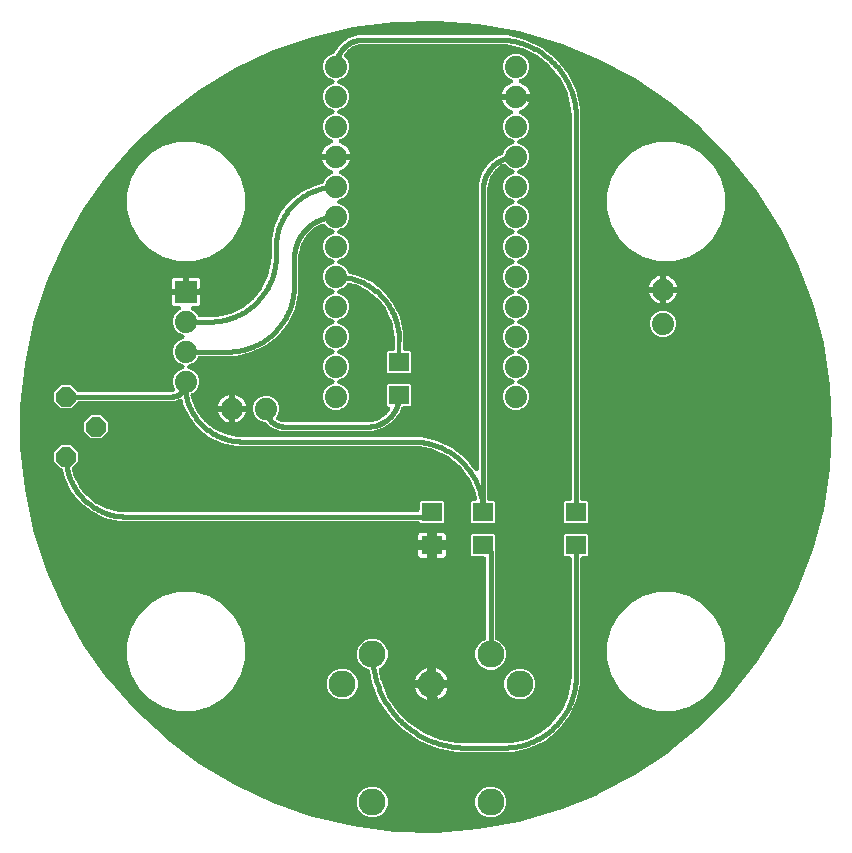
<source format=gbr>
G04 EAGLE Gerber X2 export*
%TF.Part,Single*%
%TF.FileFunction,Copper,L1,Top,Mixed*%
%TF.FilePolarity,Positive*%
%TF.GenerationSoftware,Autodesk,EAGLE,8.6.0*%
%TF.CreationDate,2018-09-12T16:35:13Z*%
G75*
%MOMM*%
%FSLAX34Y34*%
%LPD*%
%AMOC8*
5,1,8,0,0,1.08239X$1,22.5*%
G01*
%ADD10C,1.879600*%
%ADD11C,2.286000*%
%ADD12P,1.814519X8X112.500000*%
%ADD13R,1.879600X1.879600*%
%ADD14R,1.800000X1.600000*%
%ADD15C,0.406400*%
%ADD16C,0.254000*%
%ADD17C,0.304800*%

G36*
X669231Y126105D02*
X669231Y126105D01*
X669360Y126104D01*
X704454Y128821D01*
X704534Y128835D01*
X704662Y128848D01*
X739291Y135158D01*
X739369Y135180D01*
X739494Y135206D01*
X773291Y145044D01*
X773367Y145074D01*
X773489Y145113D01*
X806095Y158373D01*
X806167Y158411D01*
X806284Y158462D01*
X837354Y175005D01*
X837422Y175050D01*
X837533Y175113D01*
X866738Y194762D01*
X866800Y194814D01*
X866905Y194888D01*
X893934Y217437D01*
X893991Y217495D01*
X894087Y217579D01*
X918655Y242787D01*
X918705Y242850D01*
X918793Y242944D01*
X940638Y270545D01*
X940682Y270613D01*
X940759Y270715D01*
X959651Y300416D01*
X959687Y300488D01*
X959754Y300598D01*
X975491Y332083D01*
X975520Y332159D01*
X975575Y332275D01*
X987991Y365211D01*
X988012Y365290D01*
X988055Y365411D01*
X997019Y399450D01*
X997032Y399530D01*
X997062Y399654D01*
X1002479Y434435D01*
X1002484Y434515D01*
X1002501Y434643D01*
X1004313Y469795D01*
X1004309Y469877D01*
X1004313Y470005D01*
X1002501Y505157D01*
X1002488Y505238D01*
X1002479Y505365D01*
X997062Y540146D01*
X997042Y540224D01*
X997019Y540350D01*
X988055Y574389D01*
X988027Y574465D01*
X987991Y574589D01*
X975575Y607525D01*
X975539Y607598D01*
X975491Y607717D01*
X959754Y639202D01*
X959710Y639271D01*
X959651Y639384D01*
X940759Y669085D01*
X940709Y669149D01*
X940638Y669255D01*
X918793Y696856D01*
X918736Y696915D01*
X918655Y697013D01*
X894087Y722221D01*
X894025Y722274D01*
X893934Y722363D01*
X866905Y744912D01*
X866838Y744958D01*
X866738Y745038D01*
X837533Y764687D01*
X837462Y764726D01*
X837354Y764795D01*
X806284Y781338D01*
X806209Y781369D01*
X806095Y781427D01*
X773489Y794687D01*
X773411Y794710D01*
X773291Y794756D01*
X739494Y804594D01*
X739414Y804609D01*
X739291Y804642D01*
X704661Y810952D01*
X704581Y810959D01*
X704454Y810979D01*
X669360Y813696D01*
X669278Y813694D01*
X669150Y813701D01*
X633963Y812795D01*
X633882Y812785D01*
X633754Y812779D01*
X598846Y808259D01*
X598767Y808241D01*
X598640Y808222D01*
X564382Y800137D01*
X564305Y800110D01*
X564181Y800078D01*
X530935Y788514D01*
X530862Y788480D01*
X530742Y788435D01*
X498861Y773513D01*
X498792Y773472D01*
X498677Y773415D01*
X468500Y755295D01*
X468435Y755246D01*
X468326Y755178D01*
X440172Y734051D01*
X440112Y733996D01*
X440012Y733917D01*
X414179Y710007D01*
X414125Y709946D01*
X414033Y709857D01*
X390796Y683417D01*
X390749Y683351D01*
X390666Y683253D01*
X370271Y654565D01*
X370231Y654494D01*
X370159Y654388D01*
X352821Y623755D01*
X352789Y623680D01*
X352728Y623568D01*
X338632Y591314D01*
X338607Y591236D01*
X338558Y591118D01*
X327854Y557586D01*
X327837Y557506D01*
X327800Y557383D01*
X320600Y522928D01*
X320592Y522847D01*
X320568Y522722D01*
X316949Y487709D01*
X316949Y487628D01*
X316938Y487500D01*
X316938Y452300D01*
X316946Y452219D01*
X316949Y452091D01*
X320568Y417078D01*
X320584Y416999D01*
X320600Y416872D01*
X327800Y382416D01*
X327825Y382339D01*
X327854Y382214D01*
X338558Y348682D01*
X338591Y348608D01*
X338632Y348486D01*
X352728Y316232D01*
X352735Y316219D01*
X352736Y316217D01*
X352769Y316159D01*
X352821Y316045D01*
X370159Y285412D01*
X370206Y285345D01*
X370271Y285235D01*
X390666Y256547D01*
X390720Y256485D01*
X390796Y256383D01*
X414033Y229943D01*
X414093Y229888D01*
X414179Y229793D01*
X440012Y205883D01*
X440076Y205834D01*
X440172Y205749D01*
X468326Y184622D01*
X468396Y184580D01*
X468500Y184505D01*
X498677Y166385D01*
X498750Y166350D01*
X498861Y166287D01*
X530742Y151365D01*
X530818Y151338D01*
X530935Y151286D01*
X564181Y139722D01*
X564260Y139703D01*
X564382Y139663D01*
X598640Y131578D01*
X598721Y131568D01*
X598846Y131541D01*
X633754Y127021D01*
X633835Y127019D01*
X633963Y127005D01*
X669151Y126099D01*
X669231Y126105D01*
G37*
%LPC*%
G36*
X699028Y388015D02*
X699028Y388015D01*
X698135Y388908D01*
X698135Y406172D01*
X699028Y407065D01*
X701476Y407065D01*
X701520Y407069D01*
X701564Y407067D01*
X701720Y407089D01*
X701877Y407105D01*
X701919Y407118D01*
X701963Y407124D01*
X702111Y407177D01*
X702262Y407223D01*
X702301Y407244D01*
X702342Y407259D01*
X702478Y407340D01*
X702616Y407415D01*
X702650Y407443D01*
X702688Y407465D01*
X702804Y407572D01*
X702925Y407672D01*
X702953Y407707D01*
X702985Y407736D01*
X703079Y407863D01*
X703177Y407986D01*
X703198Y408025D01*
X703224Y408061D01*
X703291Y408204D01*
X703363Y408343D01*
X703375Y408386D01*
X703394Y408426D01*
X703431Y408579D01*
X703474Y408730D01*
X703478Y408774D01*
X703488Y408817D01*
X703494Y408975D01*
X703507Y409132D01*
X703502Y409175D01*
X703504Y409220D01*
X703466Y409481D01*
X703460Y409531D01*
X703458Y409539D01*
X703457Y409548D01*
X702018Y415851D01*
X701998Y415910D01*
X701987Y415970D01*
X701917Y416153D01*
X701890Y416233D01*
X701878Y416253D01*
X701868Y416280D01*
X696614Y427189D01*
X696582Y427242D01*
X696557Y427299D01*
X696448Y427462D01*
X696404Y427533D01*
X696389Y427550D01*
X696372Y427575D01*
X688823Y437041D01*
X688780Y437085D01*
X688743Y437135D01*
X688600Y437270D01*
X688542Y437329D01*
X688523Y437343D01*
X688501Y437363D01*
X679035Y444912D01*
X678982Y444946D01*
X678936Y444986D01*
X678766Y445086D01*
X678696Y445131D01*
X678675Y445139D01*
X678649Y445154D01*
X667740Y450408D01*
X667682Y450429D01*
X667627Y450458D01*
X667440Y450517D01*
X667362Y450546D01*
X667339Y450549D01*
X667311Y450558D01*
X655506Y453252D01*
X655501Y453253D01*
X655497Y453254D01*
X655168Y453300D01*
X649114Y453640D01*
X649065Y453638D01*
X649000Y453643D01*
X499479Y453643D01*
X487816Y456305D01*
X477037Y461496D01*
X467684Y468954D01*
X460226Y478307D01*
X455035Y489086D01*
X454386Y491932D01*
X454326Y492110D01*
X454268Y492290D01*
X454262Y492301D01*
X454258Y492313D01*
X454164Y492476D01*
X454072Y492641D01*
X454063Y492651D01*
X454057Y492662D01*
X453933Y492804D01*
X453810Y492947D01*
X453800Y492955D01*
X453791Y492965D01*
X453641Y493079D01*
X453493Y493195D01*
X453481Y493201D01*
X453471Y493209D01*
X453301Y493292D01*
X453133Y493376D01*
X453121Y493380D01*
X453109Y493385D01*
X452926Y493433D01*
X452745Y493482D01*
X452732Y493483D01*
X452719Y493487D01*
X452532Y493497D01*
X452343Y493510D01*
X452330Y493508D01*
X452317Y493509D01*
X452132Y493482D01*
X451944Y493458D01*
X451930Y493453D01*
X451919Y493452D01*
X451859Y493430D01*
X451628Y493356D01*
X447734Y491743D01*
X366895Y491743D01*
X366868Y491741D01*
X366842Y491743D01*
X366668Y491721D01*
X366494Y491703D01*
X366469Y491696D01*
X366442Y491692D01*
X366276Y491636D01*
X366109Y491585D01*
X366086Y491572D01*
X366060Y491564D01*
X365909Y491477D01*
X365755Y491393D01*
X365735Y491376D01*
X365712Y491363D01*
X365459Y491148D01*
X359703Y485393D01*
X351497Y485393D01*
X345693Y491197D01*
X345693Y499403D01*
X351497Y505207D01*
X359703Y505207D01*
X365459Y499452D01*
X365479Y499435D01*
X365497Y499414D01*
X365635Y499307D01*
X365770Y499197D01*
X365794Y499184D01*
X365815Y499168D01*
X365971Y499090D01*
X366126Y499008D01*
X366151Y499000D01*
X366175Y498988D01*
X366345Y498943D01*
X366512Y498893D01*
X366538Y498891D01*
X366564Y498884D01*
X366895Y498857D01*
X444500Y498857D01*
X444578Y498865D01*
X444699Y498867D01*
X446087Y499003D01*
X446217Y499029D01*
X446349Y499046D01*
X446424Y499071D01*
X446481Y499082D01*
X446553Y499112D01*
X446665Y499148D01*
X446819Y499212D01*
X446834Y499220D01*
X446852Y499226D01*
X447013Y499316D01*
X447174Y499402D01*
X447187Y499413D01*
X447203Y499422D01*
X447343Y499541D01*
X447484Y499658D01*
X447495Y499672D01*
X447509Y499684D01*
X447622Y499829D01*
X447738Y499971D01*
X447746Y499987D01*
X447757Y500001D01*
X447840Y500165D01*
X447925Y500327D01*
X447930Y500345D01*
X447938Y500361D01*
X447986Y500538D01*
X448038Y500714D01*
X448040Y500732D01*
X448044Y500749D01*
X448057Y500933D01*
X448073Y501115D01*
X448071Y501133D01*
X448072Y501151D01*
X448048Y501333D01*
X448028Y501515D01*
X448022Y501532D01*
X448020Y501550D01*
X447918Y501866D01*
X446277Y505827D01*
X446277Y510173D01*
X447940Y514187D01*
X451013Y517260D01*
X454787Y518823D01*
X454795Y518828D01*
X454804Y518830D01*
X454973Y518923D01*
X455142Y519014D01*
X455149Y519019D01*
X455157Y519024D01*
X455305Y519148D01*
X455453Y519270D01*
X455458Y519277D01*
X455465Y519283D01*
X455585Y519433D01*
X455706Y519583D01*
X455711Y519591D01*
X455716Y519598D01*
X455803Y519767D01*
X455894Y519939D01*
X455896Y519948D01*
X455900Y519956D01*
X455952Y520138D01*
X456007Y520326D01*
X456007Y520335D01*
X456010Y520343D01*
X456025Y520534D01*
X456041Y520727D01*
X456040Y520736D01*
X456041Y520744D01*
X456018Y520935D01*
X455996Y521127D01*
X455993Y521135D01*
X455992Y521144D01*
X455932Y521326D01*
X455873Y521510D01*
X455868Y521518D01*
X455866Y521526D01*
X455770Y521694D01*
X455677Y521862D01*
X455671Y521868D01*
X455666Y521876D01*
X455539Y522022D01*
X455415Y522167D01*
X455408Y522173D01*
X455402Y522180D01*
X455250Y522297D01*
X455098Y522416D01*
X455090Y522420D01*
X455083Y522425D01*
X454787Y522577D01*
X451013Y524140D01*
X447940Y527213D01*
X446277Y531227D01*
X446277Y535573D01*
X447940Y539587D01*
X451013Y542660D01*
X454787Y544223D01*
X454795Y544228D01*
X454804Y544230D01*
X454973Y544323D01*
X455142Y544414D01*
X455149Y544419D01*
X455157Y544424D01*
X455305Y544548D01*
X455453Y544670D01*
X455458Y544677D01*
X455465Y544683D01*
X455585Y544833D01*
X455706Y544983D01*
X455711Y544991D01*
X455716Y544998D01*
X455803Y545167D01*
X455894Y545339D01*
X455896Y545348D01*
X455900Y545356D01*
X455952Y545538D01*
X456007Y545726D01*
X456007Y545735D01*
X456010Y545743D01*
X456025Y545934D01*
X456041Y546127D01*
X456040Y546136D01*
X456041Y546144D01*
X456018Y546335D01*
X455996Y546527D01*
X455993Y546535D01*
X455992Y546544D01*
X455932Y546725D01*
X455873Y546910D01*
X455868Y546918D01*
X455866Y546926D01*
X455770Y547094D01*
X455677Y547262D01*
X455671Y547268D01*
X455666Y547276D01*
X455539Y547422D01*
X455415Y547567D01*
X455408Y547573D01*
X455402Y547580D01*
X455250Y547697D01*
X455098Y547816D01*
X455090Y547820D01*
X455083Y547825D01*
X454787Y547977D01*
X451013Y549540D01*
X447940Y552613D01*
X446277Y556627D01*
X446277Y560973D01*
X447940Y564987D01*
X451013Y568060D01*
X451721Y568353D01*
X451725Y568355D01*
X451730Y568357D01*
X451903Y568450D01*
X452076Y568544D01*
X452080Y568546D01*
X452084Y568549D01*
X452234Y568674D01*
X452387Y568800D01*
X452390Y568803D01*
X452393Y568806D01*
X452514Y568957D01*
X452640Y569113D01*
X452643Y569117D01*
X452645Y569120D01*
X452734Y569292D01*
X452827Y569469D01*
X452829Y569473D01*
X452831Y569477D01*
X452884Y569663D01*
X452941Y569856D01*
X452941Y569860D01*
X452942Y569864D01*
X452958Y570059D01*
X452975Y570257D01*
X452975Y570261D01*
X452975Y570266D01*
X452952Y570461D01*
X452930Y570657D01*
X452929Y570661D01*
X452928Y570665D01*
X452867Y570853D01*
X452807Y571040D01*
X452805Y571044D01*
X452803Y571048D01*
X452706Y571221D01*
X452611Y571392D01*
X452608Y571395D01*
X452605Y571399D01*
X452476Y571549D01*
X452349Y571697D01*
X452345Y571700D01*
X452342Y571704D01*
X452185Y571825D01*
X452032Y571946D01*
X452028Y571948D01*
X452024Y571950D01*
X451848Y572038D01*
X451672Y572126D01*
X451668Y572128D01*
X451664Y572130D01*
X451473Y572181D01*
X451284Y572233D01*
X451279Y572233D01*
X451275Y572234D01*
X450944Y572261D01*
X447467Y572261D01*
X446821Y572434D01*
X446242Y572769D01*
X445769Y573242D01*
X445434Y573821D01*
X445261Y574467D01*
X445261Y581661D01*
X456692Y581661D01*
X456710Y581662D01*
X456727Y581661D01*
X456910Y581682D01*
X457092Y581701D01*
X457109Y581706D01*
X457127Y581708D01*
X457205Y581733D01*
X457342Y581694D01*
X457360Y581692D01*
X457377Y581688D01*
X457708Y581661D01*
X469139Y581661D01*
X469139Y574467D01*
X468966Y573821D01*
X468631Y573242D01*
X468158Y572769D01*
X467579Y572434D01*
X466933Y572261D01*
X463456Y572261D01*
X463451Y572261D01*
X463447Y572261D01*
X463252Y572241D01*
X463055Y572221D01*
X463051Y572220D01*
X463046Y572220D01*
X462857Y572160D01*
X462670Y572103D01*
X462666Y572101D01*
X462662Y572100D01*
X462486Y572003D01*
X462316Y571911D01*
X462313Y571909D01*
X462309Y571906D01*
X462157Y571778D01*
X462007Y571654D01*
X462004Y571650D01*
X462001Y571647D01*
X461876Y571491D01*
X461755Y571340D01*
X461753Y571336D01*
X461750Y571332D01*
X461659Y571155D01*
X461569Y570983D01*
X461568Y570978D01*
X461566Y570974D01*
X461511Y570780D01*
X461458Y570596D01*
X461457Y570591D01*
X461456Y570587D01*
X461441Y570392D01*
X461425Y570194D01*
X461425Y570190D01*
X461425Y570186D01*
X461449Y569990D01*
X461472Y569795D01*
X461473Y569790D01*
X461474Y569786D01*
X461536Y569599D01*
X461597Y569412D01*
X461599Y569408D01*
X461600Y569404D01*
X461698Y569232D01*
X461795Y569061D01*
X461797Y569058D01*
X461800Y569054D01*
X461932Y568903D01*
X462058Y568757D01*
X462061Y568754D01*
X462064Y568750D01*
X462222Y568629D01*
X462376Y568510D01*
X462380Y568508D01*
X462383Y568505D01*
X462679Y568353D01*
X463387Y568060D01*
X466460Y564987D01*
X467030Y563611D01*
X467041Y563591D01*
X467047Y563570D01*
X467136Y563414D01*
X467220Y563256D01*
X467234Y563239D01*
X467245Y563219D01*
X467362Y563084D01*
X467477Y562945D01*
X467494Y562931D01*
X467509Y562914D01*
X467650Y562805D01*
X467789Y562692D01*
X467809Y562681D01*
X467827Y562668D01*
X467987Y562588D01*
X468146Y562505D01*
X468167Y562498D01*
X468187Y562488D01*
X468361Y562442D01*
X468532Y562392D01*
X468554Y562390D01*
X468576Y562384D01*
X468907Y562357D01*
X477520Y562357D01*
X477569Y562362D01*
X477634Y562360D01*
X483265Y562676D01*
X483270Y562677D01*
X483274Y562677D01*
X483603Y562724D01*
X494582Y565230D01*
X494641Y565250D01*
X494702Y565261D01*
X494885Y565331D01*
X494964Y565358D01*
X494984Y565370D01*
X495012Y565380D01*
X505158Y570266D01*
X505211Y570299D01*
X505268Y570323D01*
X505431Y570433D01*
X505502Y570476D01*
X505519Y570492D01*
X505543Y570508D01*
X514348Y577530D01*
X514393Y577573D01*
X514443Y577610D01*
X514577Y577753D01*
X514637Y577811D01*
X514650Y577830D01*
X514670Y577852D01*
X521692Y586657D01*
X521725Y586709D01*
X521766Y586756D01*
X521865Y586925D01*
X521910Y586995D01*
X521919Y587016D01*
X521934Y587042D01*
X526820Y597188D01*
X526841Y597247D01*
X526870Y597301D01*
X526929Y597488D01*
X526958Y597567D01*
X526961Y597590D01*
X526970Y597618D01*
X529476Y608597D01*
X529477Y608602D01*
X529478Y608607D01*
X529524Y608935D01*
X529840Y614566D01*
X529838Y614615D01*
X529843Y614680D01*
X529843Y628425D01*
X532569Y640366D01*
X537884Y651403D01*
X545521Y660979D01*
X555097Y668616D01*
X566134Y673931D01*
X572386Y675358D01*
X572576Y675422D01*
X572761Y675483D01*
X572764Y675485D01*
X572768Y675486D01*
X572938Y675584D01*
X573110Y675682D01*
X573114Y675685D01*
X573117Y675687D01*
X573262Y675814D01*
X573414Y675947D01*
X573416Y675950D01*
X573420Y675953D01*
X573541Y676112D01*
X573659Y676266D01*
X573661Y676270D01*
X573664Y676273D01*
X573677Y676301D01*
X573811Y676561D01*
X574940Y679287D01*
X578013Y682360D01*
X579120Y682819D01*
X580499Y683390D01*
X580577Y683432D01*
X580660Y683465D01*
X580754Y683526D01*
X580854Y683580D01*
X580922Y683636D01*
X580996Y683685D01*
X581077Y683764D01*
X581164Y683836D01*
X581220Y683905D01*
X581283Y683967D01*
X581347Y684061D01*
X581418Y684149D01*
X581459Y684227D01*
X581509Y684301D01*
X581552Y684405D01*
X581605Y684505D01*
X581630Y684590D01*
X581664Y684672D01*
X581686Y684783D01*
X581718Y684892D01*
X581726Y684980D01*
X581743Y685067D01*
X581743Y685180D01*
X581753Y685293D01*
X581743Y685381D01*
X581743Y685470D01*
X581720Y685581D01*
X581707Y685693D01*
X581680Y685778D01*
X581663Y685864D01*
X581619Y685969D01*
X581584Y686076D01*
X581541Y686154D01*
X581507Y686236D01*
X581443Y686329D01*
X581388Y686428D01*
X581330Y686495D01*
X581280Y686569D01*
X581200Y686648D01*
X581126Y686734D01*
X581056Y686788D01*
X580993Y686850D01*
X580898Y686912D01*
X580809Y686982D01*
X580730Y687022D01*
X580655Y687070D01*
X580525Y687125D01*
X580449Y687163D01*
X580405Y687175D01*
X580349Y687198D01*
X579617Y687436D01*
X577943Y688289D01*
X576422Y689394D01*
X575094Y690722D01*
X573989Y692243D01*
X573136Y693917D01*
X572555Y695704D01*
X572515Y695961D01*
X583692Y695961D01*
X583710Y695962D01*
X583727Y695961D01*
X583910Y695982D01*
X584092Y696001D01*
X584109Y696006D01*
X584127Y696008D01*
X584205Y696033D01*
X584342Y695994D01*
X584360Y695992D01*
X584377Y695988D01*
X584708Y695961D01*
X595885Y695961D01*
X595845Y695704D01*
X595264Y693917D01*
X594411Y692243D01*
X593306Y690722D01*
X591978Y689394D01*
X590457Y688289D01*
X588783Y687436D01*
X588051Y687198D01*
X587969Y687162D01*
X587885Y687136D01*
X587786Y687082D01*
X587682Y687036D01*
X587609Y686985D01*
X587532Y686943D01*
X587445Y686870D01*
X587353Y686805D01*
X587291Y686741D01*
X587223Y686684D01*
X587153Y686595D01*
X587075Y686513D01*
X587028Y686438D01*
X586972Y686369D01*
X586921Y686268D01*
X586861Y686173D01*
X586829Y686090D01*
X586789Y686011D01*
X586758Y685902D01*
X586718Y685796D01*
X586703Y685708D01*
X586679Y685623D01*
X586670Y685511D01*
X586652Y685399D01*
X586655Y685310D01*
X586648Y685222D01*
X586661Y685110D01*
X586665Y684997D01*
X586686Y684910D01*
X586696Y684822D01*
X586732Y684715D01*
X586758Y684605D01*
X586795Y684524D01*
X586823Y684440D01*
X586879Y684342D01*
X586926Y684239D01*
X586978Y684167D01*
X587022Y684090D01*
X587097Y684005D01*
X587163Y683914D01*
X587228Y683854D01*
X587287Y683787D01*
X587376Y683718D01*
X587460Y683641D01*
X587536Y683595D01*
X587606Y683541D01*
X587732Y683477D01*
X587804Y683433D01*
X587847Y683417D01*
X587901Y683390D01*
X590387Y682360D01*
X593460Y679287D01*
X595123Y675273D01*
X595123Y670927D01*
X593460Y666913D01*
X590387Y663840D01*
X586613Y662277D01*
X586605Y662272D01*
X586596Y662270D01*
X586428Y662178D01*
X586258Y662086D01*
X586251Y662081D01*
X586243Y662076D01*
X586097Y661953D01*
X585947Y661830D01*
X585942Y661823D01*
X585935Y661817D01*
X585815Y661667D01*
X585694Y661517D01*
X585689Y661509D01*
X585684Y661503D01*
X585596Y661331D01*
X585507Y661161D01*
X585504Y661152D01*
X585500Y661144D01*
X585448Y660960D01*
X585393Y660774D01*
X585393Y660766D01*
X585390Y660757D01*
X585375Y660565D01*
X585359Y660373D01*
X585360Y660364D01*
X585359Y660356D01*
X585382Y660165D01*
X585404Y659973D01*
X585407Y659965D01*
X585408Y659956D01*
X585468Y659773D01*
X585527Y659590D01*
X585531Y659582D01*
X585534Y659574D01*
X585630Y659406D01*
X585723Y659238D01*
X585729Y659232D01*
X585734Y659224D01*
X585860Y659079D01*
X585985Y658933D01*
X585992Y658927D01*
X585998Y658920D01*
X586150Y658803D01*
X586302Y658684D01*
X586310Y658680D01*
X586317Y658675D01*
X586613Y658523D01*
X590387Y656960D01*
X593460Y653887D01*
X595123Y649873D01*
X595123Y645527D01*
X593460Y641513D01*
X590387Y638440D01*
X588878Y637815D01*
X586613Y636877D01*
X586605Y636872D01*
X586596Y636870D01*
X586428Y636778D01*
X586258Y636686D01*
X586251Y636681D01*
X586243Y636676D01*
X586097Y636553D01*
X585947Y636430D01*
X585942Y636423D01*
X585935Y636417D01*
X585815Y636267D01*
X585694Y636117D01*
X585689Y636109D01*
X585684Y636103D01*
X585596Y635931D01*
X585507Y635761D01*
X585504Y635752D01*
X585500Y635744D01*
X585448Y635560D01*
X585393Y635374D01*
X585393Y635366D01*
X585390Y635357D01*
X585375Y635166D01*
X585359Y634973D01*
X585360Y634964D01*
X585359Y634956D01*
X585382Y634765D01*
X585404Y634573D01*
X585407Y634565D01*
X585408Y634556D01*
X585468Y634373D01*
X585527Y634190D01*
X585531Y634182D01*
X585534Y634174D01*
X585630Y634006D01*
X585723Y633838D01*
X585729Y633832D01*
X585734Y633824D01*
X585860Y633679D01*
X585985Y633533D01*
X585992Y633527D01*
X585998Y633520D01*
X586150Y633403D01*
X586302Y633284D01*
X586310Y633280D01*
X586317Y633275D01*
X586613Y633123D01*
X590387Y631560D01*
X593460Y628487D01*
X595123Y624473D01*
X595123Y620127D01*
X593460Y616113D01*
X590387Y613040D01*
X586613Y611477D01*
X586605Y611472D01*
X586596Y611470D01*
X586428Y611378D01*
X586258Y611286D01*
X586251Y611281D01*
X586243Y611276D01*
X586097Y611153D01*
X585947Y611030D01*
X585942Y611023D01*
X585935Y611017D01*
X585815Y610867D01*
X585694Y610717D01*
X585689Y610709D01*
X585684Y610703D01*
X585596Y610531D01*
X585507Y610361D01*
X585504Y610352D01*
X585500Y610344D01*
X585448Y610160D01*
X585393Y609974D01*
X585393Y609966D01*
X585390Y609957D01*
X585375Y609766D01*
X585359Y609573D01*
X585360Y609564D01*
X585359Y609556D01*
X585382Y609365D01*
X585404Y609173D01*
X585407Y609165D01*
X585408Y609156D01*
X585468Y608973D01*
X585527Y608790D01*
X585531Y608782D01*
X585534Y608774D01*
X585630Y608606D01*
X585723Y608438D01*
X585729Y608432D01*
X585734Y608424D01*
X585860Y608279D01*
X585985Y608133D01*
X585992Y608127D01*
X585998Y608120D01*
X586150Y608003D01*
X586302Y607884D01*
X586310Y607880D01*
X586317Y607875D01*
X586613Y607723D01*
X590387Y606160D01*
X593460Y603087D01*
X594559Y600433D01*
X594653Y600259D01*
X594745Y600085D01*
X594747Y600082D01*
X594749Y600078D01*
X594876Y599925D01*
X595000Y599774D01*
X595003Y599771D01*
X595006Y599768D01*
X595159Y599643D01*
X595312Y599519D01*
X595315Y599517D01*
X595318Y599514D01*
X595492Y599423D01*
X595667Y599330D01*
X595672Y599329D01*
X595675Y599327D01*
X595703Y599319D01*
X595984Y599230D01*
X603111Y597604D01*
X614662Y592041D01*
X624687Y584047D01*
X632681Y574022D01*
X638244Y562471D01*
X641097Y549971D01*
X641097Y542071D01*
X641039Y541997D01*
X640929Y541862D01*
X640916Y541839D01*
X640900Y541817D01*
X640822Y541661D01*
X640740Y541507D01*
X640732Y541481D01*
X640720Y541457D01*
X640675Y541288D01*
X640625Y541121D01*
X640623Y541094D01*
X640616Y541068D01*
X640589Y540737D01*
X640589Y536096D01*
X640591Y536078D01*
X640589Y536060D01*
X640610Y535878D01*
X640629Y535695D01*
X640634Y535678D01*
X640636Y535661D01*
X640693Y535486D01*
X640747Y535310D01*
X640755Y535295D01*
X640761Y535278D01*
X640851Y535118D01*
X640939Y534956D01*
X640950Y534943D01*
X640959Y534927D01*
X641079Y534788D01*
X641196Y534647D01*
X641210Y534636D01*
X641222Y534622D01*
X641367Y534510D01*
X641510Y534395D01*
X641526Y534387D01*
X641540Y534376D01*
X641705Y534294D01*
X641867Y534209D01*
X641884Y534204D01*
X641900Y534196D01*
X642079Y534149D01*
X642254Y534098D01*
X642272Y534096D01*
X642289Y534092D01*
X642620Y534065D01*
X647172Y534065D01*
X648065Y533172D01*
X648065Y515908D01*
X647172Y515015D01*
X627908Y515015D01*
X627015Y515908D01*
X627015Y533172D01*
X627908Y534065D01*
X632460Y534065D01*
X632478Y534067D01*
X632496Y534065D01*
X632678Y534086D01*
X632861Y534105D01*
X632878Y534110D01*
X632895Y534112D01*
X633070Y534169D01*
X633246Y534223D01*
X633261Y534231D01*
X633278Y534237D01*
X633438Y534327D01*
X633600Y534415D01*
X633613Y534426D01*
X633629Y534435D01*
X633768Y534555D01*
X633909Y534672D01*
X633920Y534686D01*
X633934Y534698D01*
X634046Y534843D01*
X634161Y534986D01*
X634169Y535002D01*
X634180Y535016D01*
X634262Y535181D01*
X634347Y535343D01*
X634352Y535360D01*
X634360Y535376D01*
X634407Y535555D01*
X634458Y535730D01*
X634460Y535748D01*
X634464Y535765D01*
X634491Y536096D01*
X634491Y540737D01*
X634489Y540764D01*
X634491Y540791D01*
X634469Y540964D01*
X634451Y541138D01*
X634443Y541164D01*
X634440Y541190D01*
X634385Y541356D01*
X634333Y541523D01*
X634320Y541546D01*
X634312Y541572D01*
X634225Y541724D01*
X634141Y541877D01*
X634124Y541897D01*
X634111Y541921D01*
X633983Y542071D01*
X633983Y543560D01*
X633978Y543609D01*
X633980Y543674D01*
X633680Y549020D01*
X633679Y549025D01*
X633679Y549030D01*
X633632Y549359D01*
X631253Y559783D01*
X631233Y559842D01*
X631221Y559903D01*
X631151Y560086D01*
X631125Y560165D01*
X631113Y560186D01*
X631102Y560213D01*
X626463Y569847D01*
X626431Y569900D01*
X626406Y569957D01*
X626297Y570119D01*
X626253Y570191D01*
X626237Y570208D01*
X626221Y570232D01*
X619554Y578592D01*
X619511Y578637D01*
X619474Y578686D01*
X619331Y578821D01*
X619273Y578881D01*
X619254Y578894D01*
X619232Y578914D01*
X610872Y585581D01*
X610820Y585615D01*
X610773Y585655D01*
X610604Y585754D01*
X610534Y585799D01*
X610512Y585808D01*
X610487Y585823D01*
X600853Y590462D01*
X600795Y590484D01*
X600740Y590513D01*
X600553Y590572D01*
X600475Y590600D01*
X600451Y590604D01*
X600423Y590613D01*
X595696Y591692D01*
X595647Y591698D01*
X595600Y591711D01*
X595448Y591723D01*
X595296Y591742D01*
X595248Y591738D01*
X595199Y591742D01*
X595047Y591724D01*
X594895Y591712D01*
X594848Y591699D01*
X594799Y591693D01*
X594654Y591645D01*
X594507Y591604D01*
X594463Y591582D01*
X594417Y591567D01*
X594284Y591491D01*
X594148Y591422D01*
X594110Y591392D01*
X594067Y591367D01*
X593952Y591267D01*
X593832Y591172D01*
X593801Y591135D01*
X593764Y591103D01*
X593671Y590982D01*
X593572Y590865D01*
X593548Y590822D01*
X593519Y590784D01*
X593506Y590758D01*
X590387Y587640D01*
X586613Y586077D01*
X586605Y586072D01*
X586596Y586070D01*
X586428Y585978D01*
X586258Y585886D01*
X586251Y585881D01*
X586243Y585876D01*
X586097Y585753D01*
X585947Y585630D01*
X585942Y585623D01*
X585935Y585617D01*
X585814Y585466D01*
X585694Y585317D01*
X585689Y585309D01*
X585684Y585303D01*
X585596Y585131D01*
X585507Y584961D01*
X585504Y584952D01*
X585500Y584944D01*
X585448Y584760D01*
X585393Y584574D01*
X585393Y584566D01*
X585390Y584557D01*
X585375Y584366D01*
X585359Y584173D01*
X585360Y584164D01*
X585359Y584156D01*
X585382Y583965D01*
X585404Y583773D01*
X585407Y583765D01*
X585408Y583756D01*
X585468Y583573D01*
X585527Y583390D01*
X585531Y583382D01*
X585534Y583374D01*
X585630Y583206D01*
X585723Y583038D01*
X585729Y583032D01*
X585734Y583024D01*
X585860Y582879D01*
X585985Y582733D01*
X585992Y582727D01*
X585998Y582720D01*
X586150Y582603D01*
X586302Y582484D01*
X586310Y582480D01*
X586317Y582475D01*
X586613Y582323D01*
X590387Y580760D01*
X593460Y577687D01*
X595123Y573673D01*
X595123Y569327D01*
X593460Y565313D01*
X590387Y562240D01*
X586613Y560677D01*
X586605Y560672D01*
X586596Y560670D01*
X586428Y560578D01*
X586258Y560486D01*
X586251Y560481D01*
X586243Y560476D01*
X586097Y560353D01*
X585947Y560230D01*
X585942Y560223D01*
X585935Y560217D01*
X585815Y560067D01*
X585694Y559917D01*
X585689Y559909D01*
X585684Y559903D01*
X585596Y559731D01*
X585507Y559561D01*
X585504Y559552D01*
X585500Y559544D01*
X585448Y559360D01*
X585393Y559174D01*
X585393Y559166D01*
X585390Y559157D01*
X585375Y558963D01*
X585359Y558773D01*
X585360Y558764D01*
X585359Y558756D01*
X585382Y558565D01*
X585404Y558373D01*
X585407Y558365D01*
X585408Y558356D01*
X585468Y558173D01*
X585527Y557990D01*
X585531Y557982D01*
X585534Y557974D01*
X585630Y557806D01*
X585723Y557638D01*
X585729Y557632D01*
X585734Y557624D01*
X585860Y557479D01*
X585985Y557333D01*
X585992Y557327D01*
X585998Y557320D01*
X586150Y557203D01*
X586302Y557084D01*
X586310Y557080D01*
X586317Y557075D01*
X586613Y556923D01*
X590387Y555360D01*
X593460Y552287D01*
X595123Y548273D01*
X595123Y543927D01*
X593460Y539913D01*
X590387Y536840D01*
X586613Y535277D01*
X586605Y535272D01*
X586596Y535270D01*
X586428Y535178D01*
X586258Y535086D01*
X586251Y535081D01*
X586243Y535076D01*
X586097Y534953D01*
X585947Y534830D01*
X585942Y534823D01*
X585935Y534817D01*
X585815Y534667D01*
X585694Y534517D01*
X585689Y534509D01*
X585684Y534503D01*
X585596Y534331D01*
X585507Y534161D01*
X585504Y534152D01*
X585500Y534144D01*
X585448Y533960D01*
X585393Y533774D01*
X585393Y533766D01*
X585390Y533757D01*
X585375Y533566D01*
X585359Y533373D01*
X585360Y533364D01*
X585359Y533356D01*
X585382Y533165D01*
X585404Y532973D01*
X585407Y532965D01*
X585408Y532956D01*
X585468Y532773D01*
X585527Y532590D01*
X585531Y532582D01*
X585534Y532574D01*
X585630Y532406D01*
X585723Y532238D01*
X585729Y532232D01*
X585734Y532224D01*
X585860Y532079D01*
X585985Y531933D01*
X585992Y531927D01*
X585998Y531920D01*
X586150Y531803D01*
X586302Y531684D01*
X586310Y531680D01*
X586317Y531675D01*
X586613Y531523D01*
X590387Y529960D01*
X593460Y526887D01*
X595123Y522873D01*
X595123Y518527D01*
X593460Y514513D01*
X590387Y511440D01*
X586613Y509877D01*
X586605Y509872D01*
X586596Y509870D01*
X586427Y509777D01*
X586258Y509686D01*
X586251Y509681D01*
X586243Y509676D01*
X586097Y509553D01*
X585947Y509430D01*
X585942Y509423D01*
X585935Y509417D01*
X585815Y509267D01*
X585694Y509117D01*
X585689Y509109D01*
X585684Y509103D01*
X585595Y508929D01*
X585507Y508761D01*
X585504Y508752D01*
X585500Y508744D01*
X585448Y508560D01*
X585393Y508374D01*
X585393Y508366D01*
X585390Y508357D01*
X585375Y508166D01*
X585359Y507973D01*
X585360Y507964D01*
X585359Y507956D01*
X585382Y507765D01*
X585404Y507573D01*
X585407Y507565D01*
X585408Y507556D01*
X585468Y507373D01*
X585527Y507190D01*
X585531Y507182D01*
X585534Y507174D01*
X585630Y507006D01*
X585723Y506838D01*
X585729Y506832D01*
X585734Y506824D01*
X585860Y506679D01*
X585985Y506533D01*
X585992Y506527D01*
X585998Y506520D01*
X586150Y506403D01*
X586302Y506284D01*
X586310Y506280D01*
X586317Y506275D01*
X586613Y506123D01*
X590387Y504560D01*
X593460Y501487D01*
X595123Y497473D01*
X595123Y493127D01*
X593460Y489113D01*
X590387Y486040D01*
X589014Y485471D01*
X586373Y484377D01*
X582027Y484377D01*
X578013Y486040D01*
X574940Y489113D01*
X573277Y493127D01*
X573277Y497473D01*
X574940Y501487D01*
X578013Y504560D01*
X581787Y506123D01*
X581795Y506128D01*
X581804Y506130D01*
X581973Y506223D01*
X582142Y506314D01*
X582149Y506319D01*
X582157Y506324D01*
X582305Y506448D01*
X582453Y506570D01*
X582458Y506577D01*
X582465Y506583D01*
X582585Y506733D01*
X582706Y506883D01*
X582711Y506891D01*
X582716Y506898D01*
X582803Y507067D01*
X582894Y507239D01*
X582896Y507248D01*
X582900Y507256D01*
X582952Y507438D01*
X583007Y507626D01*
X583007Y507635D01*
X583010Y507643D01*
X583025Y507834D01*
X583041Y508027D01*
X583040Y508036D01*
X583041Y508044D01*
X583018Y508235D01*
X582996Y508427D01*
X582993Y508435D01*
X582992Y508444D01*
X582932Y508626D01*
X582873Y508810D01*
X582868Y508818D01*
X582866Y508826D01*
X582770Y508994D01*
X582677Y509162D01*
X582671Y509168D01*
X582666Y509176D01*
X582539Y509322D01*
X582415Y509467D01*
X582408Y509473D01*
X582402Y509480D01*
X582250Y509597D01*
X582098Y509716D01*
X582090Y509720D01*
X582083Y509725D01*
X581787Y509877D01*
X578013Y511440D01*
X574940Y514513D01*
X573277Y518527D01*
X573277Y522873D01*
X574940Y526887D01*
X578013Y529960D01*
X581787Y531523D01*
X581795Y531528D01*
X581804Y531530D01*
X581973Y531623D01*
X582142Y531714D01*
X582149Y531719D01*
X582157Y531724D01*
X582305Y531848D01*
X582453Y531970D01*
X582458Y531977D01*
X582465Y531983D01*
X582585Y532133D01*
X582706Y532283D01*
X582711Y532291D01*
X582716Y532298D01*
X582803Y532467D01*
X582894Y532639D01*
X582896Y532648D01*
X582900Y532656D01*
X582952Y532838D01*
X583007Y533026D01*
X583007Y533035D01*
X583010Y533043D01*
X583025Y533234D01*
X583041Y533427D01*
X583040Y533436D01*
X583041Y533444D01*
X583018Y533635D01*
X582996Y533827D01*
X582993Y533835D01*
X582992Y533844D01*
X582932Y534026D01*
X582873Y534210D01*
X582868Y534218D01*
X582866Y534226D01*
X582770Y534394D01*
X582677Y534562D01*
X582671Y534568D01*
X582666Y534576D01*
X582539Y534722D01*
X582415Y534867D01*
X582408Y534873D01*
X582402Y534880D01*
X582250Y534997D01*
X582098Y535116D01*
X582090Y535120D01*
X582083Y535125D01*
X581787Y535277D01*
X578013Y536840D01*
X574940Y539913D01*
X573277Y543927D01*
X573277Y548273D01*
X574940Y552287D01*
X578013Y555360D01*
X581787Y556923D01*
X581795Y556928D01*
X581804Y556930D01*
X581973Y557023D01*
X582142Y557114D01*
X582149Y557119D01*
X582157Y557124D01*
X582305Y557248D01*
X582453Y557370D01*
X582458Y557377D01*
X582465Y557383D01*
X582585Y557533D01*
X582706Y557683D01*
X582711Y557691D01*
X582716Y557698D01*
X582803Y557867D01*
X582894Y558039D01*
X582896Y558048D01*
X582900Y558056D01*
X582952Y558238D01*
X583007Y558426D01*
X583007Y558435D01*
X583010Y558443D01*
X583025Y558634D01*
X583041Y558827D01*
X583040Y558836D01*
X583041Y558844D01*
X583018Y559035D01*
X582996Y559227D01*
X582993Y559235D01*
X582992Y559244D01*
X582932Y559426D01*
X582873Y559610D01*
X582868Y559618D01*
X582866Y559626D01*
X582770Y559794D01*
X582677Y559962D01*
X582671Y559968D01*
X582666Y559976D01*
X582539Y560122D01*
X582415Y560267D01*
X582408Y560273D01*
X582402Y560280D01*
X582250Y560397D01*
X582098Y560516D01*
X582090Y560520D01*
X582083Y560525D01*
X581787Y560677D01*
X578013Y562240D01*
X574940Y565313D01*
X573277Y569327D01*
X573277Y573673D01*
X574940Y577687D01*
X578013Y580760D01*
X579211Y581256D01*
X581787Y582323D01*
X581795Y582328D01*
X581804Y582330D01*
X581973Y582423D01*
X582142Y582514D01*
X582149Y582519D01*
X582157Y582524D01*
X582305Y582648D01*
X582453Y582770D01*
X582458Y582777D01*
X582465Y582783D01*
X582585Y582933D01*
X582706Y583083D01*
X582711Y583091D01*
X582716Y583098D01*
X582803Y583267D01*
X582894Y583439D01*
X582896Y583448D01*
X582900Y583456D01*
X582952Y583638D01*
X583007Y583826D01*
X583007Y583835D01*
X583010Y583843D01*
X583024Y584033D01*
X583041Y584227D01*
X583040Y584236D01*
X583041Y584244D01*
X583018Y584435D01*
X582996Y584627D01*
X582993Y584635D01*
X582992Y584644D01*
X582932Y584825D01*
X582873Y585010D01*
X582868Y585018D01*
X582866Y585026D01*
X582770Y585194D01*
X582677Y585362D01*
X582671Y585368D01*
X582666Y585376D01*
X582539Y585522D01*
X582415Y585667D01*
X582408Y585673D01*
X582402Y585680D01*
X582250Y585797D01*
X582098Y585916D01*
X582090Y585920D01*
X582083Y585925D01*
X581787Y586077D01*
X578013Y587640D01*
X574940Y590713D01*
X573277Y594727D01*
X573277Y599073D01*
X574940Y603087D01*
X578013Y606160D01*
X581787Y607723D01*
X581795Y607728D01*
X581804Y607730D01*
X581973Y607823D01*
X582142Y607914D01*
X582149Y607919D01*
X582157Y607924D01*
X582305Y608048D01*
X582453Y608170D01*
X582458Y608177D01*
X582465Y608183D01*
X582585Y608333D01*
X582706Y608483D01*
X582711Y608491D01*
X582716Y608498D01*
X582803Y608667D01*
X582894Y608839D01*
X582896Y608848D01*
X582900Y608856D01*
X582952Y609038D01*
X583007Y609226D01*
X583007Y609235D01*
X583010Y609243D01*
X583025Y609434D01*
X583041Y609627D01*
X583040Y609636D01*
X583041Y609644D01*
X583018Y609835D01*
X582996Y610027D01*
X582993Y610035D01*
X582992Y610044D01*
X582932Y610226D01*
X582873Y610410D01*
X582868Y610418D01*
X582866Y610426D01*
X582770Y610594D01*
X582677Y610762D01*
X582671Y610768D01*
X582666Y610776D01*
X582539Y610922D01*
X582415Y611067D01*
X582408Y611073D01*
X582402Y611080D01*
X582250Y611197D01*
X582098Y611316D01*
X582090Y611320D01*
X582083Y611325D01*
X581787Y611477D01*
X578013Y613040D01*
X574940Y616113D01*
X573277Y620127D01*
X573277Y624473D01*
X574940Y628487D01*
X578013Y631560D01*
X581787Y633123D01*
X581795Y633128D01*
X581804Y633130D01*
X581973Y633223D01*
X582142Y633314D01*
X582149Y633319D01*
X582157Y633324D01*
X582305Y633448D01*
X582453Y633570D01*
X582458Y633577D01*
X582465Y633583D01*
X582585Y633733D01*
X582706Y633883D01*
X582711Y633891D01*
X582716Y633898D01*
X582803Y634067D01*
X582894Y634239D01*
X582896Y634248D01*
X582900Y634256D01*
X582952Y634438D01*
X583007Y634626D01*
X583007Y634635D01*
X583010Y634643D01*
X583024Y634832D01*
X583041Y635027D01*
X583040Y635036D01*
X583041Y635044D01*
X583018Y635235D01*
X582996Y635427D01*
X582993Y635435D01*
X582992Y635444D01*
X582932Y635626D01*
X582873Y635810D01*
X582868Y635818D01*
X582866Y635826D01*
X582770Y635994D01*
X582677Y636162D01*
X582671Y636168D01*
X582666Y636176D01*
X582539Y636322D01*
X582415Y636467D01*
X582408Y636473D01*
X582402Y636480D01*
X582250Y636597D01*
X582098Y636716D01*
X582090Y636720D01*
X582083Y636725D01*
X581787Y636877D01*
X578013Y638440D01*
X574971Y641482D01*
X574900Y641540D01*
X574836Y641605D01*
X574745Y641667D01*
X574659Y641737D01*
X574579Y641780D01*
X574503Y641831D01*
X574401Y641874D01*
X574303Y641926D01*
X574216Y641952D01*
X574132Y641987D01*
X574024Y642009D01*
X573918Y642041D01*
X573827Y642049D01*
X573738Y642067D01*
X573627Y642067D01*
X573517Y642077D01*
X573426Y642067D01*
X573335Y642067D01*
X573200Y642043D01*
X573116Y642034D01*
X573071Y642019D01*
X573009Y642008D01*
X572204Y641793D01*
X572111Y641757D01*
X572015Y641732D01*
X571902Y641679D01*
X571828Y641650D01*
X571781Y641621D01*
X571715Y641590D01*
X564939Y637678D01*
X564887Y637641D01*
X564855Y637623D01*
X564835Y637606D01*
X564771Y637569D01*
X564676Y637489D01*
X564612Y637443D01*
X564574Y637403D01*
X564518Y637355D01*
X558985Y631822D01*
X558922Y631745D01*
X558851Y631674D01*
X558781Y631572D01*
X558730Y631511D01*
X558705Y631462D01*
X558662Y631401D01*
X554750Y624625D01*
X554709Y624534D01*
X554659Y624448D01*
X554618Y624331D01*
X554585Y624259D01*
X554572Y624205D01*
X554547Y624136D01*
X552522Y616578D01*
X552517Y616545D01*
X552506Y616513D01*
X552457Y616185D01*
X552201Y612273D01*
X552203Y612216D01*
X552197Y612140D01*
X552197Y582583D01*
X549216Y569525D01*
X543405Y557458D01*
X535054Y546986D01*
X524582Y538635D01*
X512515Y532824D01*
X499457Y529843D01*
X468907Y529843D01*
X468884Y529841D01*
X468862Y529843D01*
X468685Y529821D01*
X468506Y529803D01*
X468485Y529797D01*
X468463Y529794D01*
X468293Y529738D01*
X468121Y529685D01*
X468101Y529675D01*
X468080Y529668D01*
X467925Y529579D01*
X467767Y529493D01*
X467750Y529479D01*
X467731Y529468D01*
X467595Y529350D01*
X467458Y529236D01*
X467444Y529218D01*
X467427Y529204D01*
X467318Y529062D01*
X467206Y528922D01*
X467195Y528902D01*
X467182Y528884D01*
X467030Y528589D01*
X466460Y527213D01*
X463387Y524140D01*
X463206Y524065D01*
X459613Y522577D01*
X459605Y522572D01*
X459596Y522570D01*
X459428Y522478D01*
X459258Y522386D01*
X459251Y522381D01*
X459243Y522376D01*
X459097Y522253D01*
X458947Y522130D01*
X458942Y522123D01*
X458935Y522117D01*
X458815Y521967D01*
X458694Y521817D01*
X458689Y521809D01*
X458684Y521803D01*
X458596Y521631D01*
X458507Y521461D01*
X458504Y521452D01*
X458500Y521444D01*
X458448Y521260D01*
X458393Y521074D01*
X458393Y521066D01*
X458390Y521057D01*
X458375Y520866D01*
X458359Y520673D01*
X458360Y520664D01*
X458359Y520656D01*
X458382Y520465D01*
X458404Y520273D01*
X458407Y520265D01*
X458408Y520256D01*
X458468Y520073D01*
X458527Y519890D01*
X458531Y519882D01*
X458534Y519874D01*
X458630Y519706D01*
X458723Y519538D01*
X458729Y519532D01*
X458734Y519524D01*
X458860Y519379D01*
X458985Y519233D01*
X458992Y519227D01*
X458998Y519220D01*
X459150Y519103D01*
X459302Y518984D01*
X459310Y518980D01*
X459317Y518975D01*
X459613Y518823D01*
X463387Y517260D01*
X466460Y514187D01*
X468123Y510173D01*
X468123Y505827D01*
X466460Y501813D01*
X463387Y498740D01*
X462253Y498270D01*
X462210Y498248D01*
X462165Y498231D01*
X462033Y498153D01*
X461898Y498080D01*
X461861Y498049D01*
X461819Y498024D01*
X461706Y497921D01*
X461588Y497824D01*
X461557Y497786D01*
X461521Y497753D01*
X461430Y497630D01*
X461334Y497511D01*
X461312Y497468D01*
X461283Y497429D01*
X461218Y497290D01*
X461147Y497155D01*
X461134Y497108D01*
X461113Y497064D01*
X461077Y496915D01*
X461034Y496768D01*
X461030Y496720D01*
X461018Y496673D01*
X461013Y496519D01*
X460999Y496367D01*
X461005Y496319D01*
X461003Y496270D01*
X461037Y496032D01*
X461045Y495967D01*
X461048Y495956D01*
X461050Y495942D01*
X462004Y491765D01*
X462023Y491706D01*
X462035Y491645D01*
X462105Y491462D01*
X462132Y491383D01*
X462143Y491363D01*
X462154Y491336D01*
X466423Y482470D01*
X466455Y482417D01*
X466480Y482360D01*
X466590Y482198D01*
X466633Y482126D01*
X466649Y482109D01*
X466665Y482085D01*
X472800Y474392D01*
X472843Y474347D01*
X472880Y474298D01*
X473023Y474163D01*
X473081Y474103D01*
X473101Y474090D01*
X473122Y474070D01*
X480815Y467935D01*
X480867Y467902D01*
X480914Y467861D01*
X481083Y467762D01*
X481153Y467717D01*
X481175Y467708D01*
X481200Y467693D01*
X490066Y463424D01*
X490124Y463403D01*
X490179Y463374D01*
X490365Y463314D01*
X490444Y463286D01*
X490467Y463282D01*
X490495Y463274D01*
X500088Y461084D01*
X500093Y461083D01*
X500098Y461082D01*
X500426Y461036D01*
X505346Y460760D01*
X505395Y460762D01*
X505460Y460757D01*
X656123Y460757D01*
X670011Y457587D01*
X682846Y451406D01*
X693984Y442524D01*
X701484Y433119D01*
X701570Y433031D01*
X701648Y432937D01*
X701710Y432887D01*
X701765Y432831D01*
X701866Y432761D01*
X701962Y432684D01*
X702032Y432648D01*
X702097Y432603D01*
X702211Y432555D01*
X702319Y432499D01*
X702395Y432477D01*
X702468Y432446D01*
X702588Y432421D01*
X702706Y432387D01*
X702785Y432381D01*
X702862Y432365D01*
X702985Y432365D01*
X703108Y432355D01*
X703186Y432364D01*
X703265Y432363D01*
X703385Y432387D01*
X703507Y432401D01*
X703582Y432426D01*
X703660Y432441D01*
X703773Y432488D01*
X703890Y432526D01*
X703959Y432565D01*
X704032Y432595D01*
X704134Y432664D01*
X704241Y432724D01*
X704301Y432776D01*
X704366Y432820D01*
X704453Y432907D01*
X704546Y432987D01*
X704594Y433050D01*
X704649Y433106D01*
X704717Y433208D01*
X704792Y433305D01*
X704827Y433376D01*
X704871Y433442D01*
X704917Y433556D01*
X704972Y433666D01*
X704992Y433742D01*
X705022Y433815D01*
X705044Y433936D01*
X705076Y434055D01*
X705084Y434147D01*
X705096Y434211D01*
X705095Y434282D01*
X705103Y434385D01*
X705103Y675549D01*
X708186Y685038D01*
X714051Y693109D01*
X722122Y698974D01*
X724526Y699755D01*
X724624Y699798D01*
X724725Y699831D01*
X724808Y699878D01*
X724895Y699916D01*
X724982Y699978D01*
X725075Y700030D01*
X725147Y700093D01*
X725225Y700148D01*
X725298Y700225D01*
X725378Y700295D01*
X725436Y700370D01*
X725502Y700439D01*
X725559Y700530D01*
X725624Y700614D01*
X725676Y700716D01*
X725716Y700780D01*
X725738Y700836D01*
X725775Y700909D01*
X727340Y704687D01*
X730413Y707760D01*
X733950Y709225D01*
X734187Y709323D01*
X734195Y709328D01*
X734204Y709330D01*
X734372Y709422D01*
X734542Y709514D01*
X734549Y709519D01*
X734557Y709524D01*
X734703Y709647D01*
X734853Y709770D01*
X734858Y709777D01*
X734865Y709783D01*
X734985Y709933D01*
X735106Y710083D01*
X735111Y710091D01*
X735116Y710097D01*
X735204Y710269D01*
X735293Y710439D01*
X735296Y710448D01*
X735300Y710456D01*
X735352Y710640D01*
X735407Y710826D01*
X735407Y710834D01*
X735410Y710843D01*
X735425Y711034D01*
X735441Y711227D01*
X735440Y711236D01*
X735441Y711244D01*
X735418Y711435D01*
X735396Y711627D01*
X735393Y711635D01*
X735392Y711644D01*
X735332Y711827D01*
X735273Y712010D01*
X735269Y712018D01*
X735266Y712026D01*
X735170Y712194D01*
X735077Y712362D01*
X735071Y712368D01*
X735066Y712376D01*
X734940Y712521D01*
X734815Y712667D01*
X734808Y712673D01*
X734802Y712680D01*
X734650Y712797D01*
X734498Y712916D01*
X734490Y712920D01*
X734483Y712925D01*
X734187Y713077D01*
X730413Y714640D01*
X727340Y717713D01*
X725677Y721727D01*
X725677Y726073D01*
X727340Y730087D01*
X730413Y733160D01*
X732899Y734190D01*
X732977Y734232D01*
X733060Y734265D01*
X733154Y734326D01*
X733254Y734380D01*
X733322Y734436D01*
X733396Y734485D01*
X733477Y734564D01*
X733564Y734636D01*
X733620Y734705D01*
X733683Y734767D01*
X733747Y734861D01*
X733818Y734949D01*
X733859Y735027D01*
X733909Y735101D01*
X733952Y735205D01*
X734005Y735305D01*
X734030Y735390D01*
X734064Y735472D01*
X734086Y735583D01*
X734118Y735692D01*
X734126Y735780D01*
X734143Y735867D01*
X734143Y735980D01*
X734153Y736093D01*
X734143Y736181D01*
X734143Y736270D01*
X734120Y736381D01*
X734107Y736493D01*
X734080Y736578D01*
X734063Y736664D01*
X734019Y736769D01*
X733984Y736876D01*
X733941Y736954D01*
X733907Y737036D01*
X733843Y737129D01*
X733788Y737228D01*
X733730Y737295D01*
X733680Y737369D01*
X733600Y737448D01*
X733526Y737534D01*
X733456Y737588D01*
X733393Y737650D01*
X733298Y737712D01*
X733209Y737782D01*
X733130Y737822D01*
X733055Y737870D01*
X732925Y737925D01*
X732849Y737963D01*
X732805Y737975D01*
X732749Y737998D01*
X732017Y738236D01*
X730343Y739089D01*
X728822Y740194D01*
X727494Y741522D01*
X726389Y743043D01*
X725536Y744717D01*
X724955Y746504D01*
X724915Y746761D01*
X736092Y746761D01*
X736110Y746762D01*
X736127Y746761D01*
X736310Y746782D01*
X736492Y746801D01*
X736509Y746806D01*
X736527Y746808D01*
X736605Y746833D01*
X736742Y746794D01*
X736760Y746792D01*
X736777Y746788D01*
X737108Y746761D01*
X748285Y746761D01*
X748245Y746504D01*
X747664Y744717D01*
X746811Y743043D01*
X745706Y741522D01*
X744378Y740194D01*
X742857Y739089D01*
X741183Y738236D01*
X740451Y737998D01*
X740369Y737962D01*
X740285Y737936D01*
X740186Y737882D01*
X740082Y737836D01*
X740009Y737785D01*
X739932Y737743D01*
X739845Y737670D01*
X739753Y737605D01*
X739691Y737541D01*
X739623Y737484D01*
X739553Y737395D01*
X739475Y737313D01*
X739428Y737238D01*
X739372Y737169D01*
X739321Y737068D01*
X739261Y736973D01*
X739229Y736890D01*
X739189Y736811D01*
X739158Y736702D01*
X739118Y736596D01*
X739103Y736508D01*
X739079Y736423D01*
X739070Y736311D01*
X739052Y736199D01*
X739055Y736110D01*
X739048Y736022D01*
X739061Y735910D01*
X739065Y735797D01*
X739086Y735710D01*
X739096Y735622D01*
X739132Y735515D01*
X739158Y735405D01*
X739195Y735324D01*
X739223Y735240D01*
X739279Y735142D01*
X739326Y735039D01*
X739378Y734967D01*
X739422Y734890D01*
X739497Y734805D01*
X739563Y734714D01*
X739628Y734654D01*
X739687Y734587D01*
X739776Y734518D01*
X739860Y734441D01*
X739936Y734395D01*
X740006Y734341D01*
X740132Y734277D01*
X740204Y734233D01*
X740247Y734217D01*
X740301Y734190D01*
X742787Y733160D01*
X745860Y730087D01*
X747523Y726073D01*
X747523Y721727D01*
X745860Y717713D01*
X742787Y714640D01*
X739013Y713077D01*
X739005Y713072D01*
X738996Y713070D01*
X738827Y712977D01*
X738658Y712886D01*
X738651Y712881D01*
X738643Y712876D01*
X738495Y712752D01*
X738347Y712630D01*
X738342Y712623D01*
X738335Y712617D01*
X738215Y712467D01*
X738094Y712317D01*
X738089Y712309D01*
X738084Y712302D01*
X737997Y712133D01*
X737906Y711961D01*
X737904Y711952D01*
X737900Y711944D01*
X737848Y711762D01*
X737793Y711574D01*
X737793Y711565D01*
X737790Y711557D01*
X737775Y711366D01*
X737759Y711173D01*
X737760Y711164D01*
X737759Y711156D01*
X737782Y710965D01*
X737804Y710773D01*
X737807Y710765D01*
X737808Y710756D01*
X737869Y710572D01*
X737927Y710390D01*
X737932Y710382D01*
X737934Y710374D01*
X738030Y710206D01*
X738123Y710038D01*
X738129Y710032D01*
X738134Y710024D01*
X738261Y709878D01*
X738385Y709733D01*
X738392Y709727D01*
X738398Y709720D01*
X738550Y709603D01*
X738702Y709484D01*
X738710Y709480D01*
X738717Y709475D01*
X739013Y709323D01*
X742787Y707760D01*
X745860Y704687D01*
X747523Y700673D01*
X747523Y696327D01*
X745860Y692313D01*
X742787Y689240D01*
X739013Y687677D01*
X739005Y687672D01*
X738996Y687670D01*
X738827Y687577D01*
X738658Y687486D01*
X738651Y687481D01*
X738643Y687476D01*
X738495Y687352D01*
X738347Y687230D01*
X738342Y687223D01*
X738335Y687217D01*
X738215Y687067D01*
X738094Y686917D01*
X738089Y686909D01*
X738084Y686902D01*
X737997Y686733D01*
X737906Y686561D01*
X737904Y686552D01*
X737900Y686544D01*
X737848Y686362D01*
X737793Y686174D01*
X737793Y686165D01*
X737790Y686157D01*
X737775Y685966D01*
X737759Y685773D01*
X737760Y685764D01*
X737759Y685756D01*
X737782Y685565D01*
X737804Y685373D01*
X737807Y685365D01*
X737808Y685356D01*
X737868Y685174D01*
X737927Y684990D01*
X737932Y684982D01*
X737934Y684974D01*
X738030Y684806D01*
X738123Y684638D01*
X738129Y684632D01*
X738134Y684624D01*
X738261Y684478D01*
X738385Y684333D01*
X738392Y684327D01*
X738398Y684320D01*
X738550Y684203D01*
X738702Y684084D01*
X738710Y684080D01*
X738717Y684075D01*
X739013Y683923D01*
X742787Y682360D01*
X745860Y679287D01*
X747523Y675273D01*
X747523Y670927D01*
X745860Y666913D01*
X742787Y663840D01*
X739013Y662277D01*
X739005Y662272D01*
X738996Y662270D01*
X738827Y662177D01*
X738658Y662086D01*
X738651Y662081D01*
X738643Y662076D01*
X738495Y661952D01*
X738347Y661830D01*
X738342Y661823D01*
X738335Y661817D01*
X738215Y661667D01*
X738094Y661517D01*
X738089Y661509D01*
X738084Y661502D01*
X737997Y661333D01*
X737906Y661161D01*
X737904Y661152D01*
X737900Y661144D01*
X737848Y660962D01*
X737793Y660774D01*
X737793Y660765D01*
X737790Y660757D01*
X737775Y660565D01*
X737759Y660373D01*
X737760Y660364D01*
X737759Y660356D01*
X737782Y660165D01*
X737804Y659973D01*
X737807Y659965D01*
X737808Y659956D01*
X737868Y659774D01*
X737927Y659590D01*
X737932Y659582D01*
X737934Y659574D01*
X738030Y659406D01*
X738123Y659238D01*
X738129Y659232D01*
X738134Y659224D01*
X738261Y659078D01*
X738385Y658933D01*
X738392Y658927D01*
X738398Y658920D01*
X738550Y658803D01*
X738702Y658684D01*
X738710Y658680D01*
X738717Y658675D01*
X739013Y658523D01*
X742787Y656960D01*
X745860Y653887D01*
X747523Y649873D01*
X747523Y645527D01*
X745860Y641513D01*
X742787Y638440D01*
X739013Y636877D01*
X739005Y636872D01*
X738996Y636870D01*
X738827Y636777D01*
X738658Y636686D01*
X738651Y636681D01*
X738643Y636676D01*
X738495Y636552D01*
X738347Y636430D01*
X738342Y636423D01*
X738335Y636417D01*
X738215Y636267D01*
X738094Y636117D01*
X738089Y636109D01*
X738084Y636102D01*
X737997Y635933D01*
X737906Y635761D01*
X737904Y635752D01*
X737900Y635744D01*
X737848Y635562D01*
X737793Y635374D01*
X737793Y635365D01*
X737790Y635357D01*
X737775Y635166D01*
X737759Y634973D01*
X737760Y634964D01*
X737759Y634956D01*
X737782Y634765D01*
X737804Y634573D01*
X737807Y634565D01*
X737808Y634556D01*
X737868Y634374D01*
X737927Y634190D01*
X737932Y634182D01*
X737934Y634174D01*
X738030Y634006D01*
X738123Y633838D01*
X738129Y633832D01*
X738134Y633824D01*
X738261Y633678D01*
X738385Y633533D01*
X738392Y633527D01*
X738398Y633520D01*
X738550Y633403D01*
X738702Y633284D01*
X738710Y633280D01*
X738717Y633275D01*
X739013Y633123D01*
X742787Y631560D01*
X745860Y628487D01*
X747523Y624473D01*
X747523Y620127D01*
X745860Y616113D01*
X742787Y613040D01*
X739013Y611477D01*
X739005Y611472D01*
X738996Y611470D01*
X738827Y611377D01*
X738658Y611286D01*
X738651Y611281D01*
X738643Y611276D01*
X738495Y611152D01*
X738347Y611030D01*
X738342Y611023D01*
X738335Y611017D01*
X738215Y610867D01*
X738094Y610717D01*
X738089Y610709D01*
X738084Y610702D01*
X737997Y610533D01*
X737906Y610361D01*
X737904Y610352D01*
X737900Y610344D01*
X737848Y610162D01*
X737793Y609974D01*
X737793Y609965D01*
X737790Y609957D01*
X737775Y609766D01*
X737759Y609573D01*
X737760Y609564D01*
X737759Y609556D01*
X737782Y609365D01*
X737804Y609173D01*
X737807Y609165D01*
X737808Y609156D01*
X737868Y608974D01*
X737927Y608790D01*
X737932Y608782D01*
X737934Y608774D01*
X738030Y608606D01*
X738123Y608438D01*
X738129Y608432D01*
X738134Y608424D01*
X738261Y608278D01*
X738385Y608133D01*
X738392Y608127D01*
X738398Y608120D01*
X738550Y608003D01*
X738702Y607884D01*
X738710Y607880D01*
X738717Y607875D01*
X739013Y607723D01*
X742787Y606160D01*
X745860Y603087D01*
X747523Y599073D01*
X747523Y594727D01*
X745860Y590713D01*
X742787Y587640D01*
X739013Y586077D01*
X739005Y586072D01*
X738996Y586070D01*
X738827Y585977D01*
X738658Y585886D01*
X738651Y585881D01*
X738643Y585876D01*
X738495Y585752D01*
X738347Y585630D01*
X738342Y585623D01*
X738335Y585617D01*
X738215Y585467D01*
X738094Y585317D01*
X738089Y585309D01*
X738084Y585302D01*
X737997Y585133D01*
X737906Y584961D01*
X737904Y584952D01*
X737900Y584944D01*
X737848Y584762D01*
X737793Y584574D01*
X737793Y584565D01*
X737790Y584557D01*
X737775Y584366D01*
X737759Y584173D01*
X737760Y584164D01*
X737759Y584156D01*
X737782Y583965D01*
X737804Y583773D01*
X737807Y583765D01*
X737808Y583756D01*
X737868Y583574D01*
X737927Y583390D01*
X737932Y583382D01*
X737934Y583374D01*
X738030Y583206D01*
X738123Y583038D01*
X738129Y583032D01*
X738134Y583024D01*
X738261Y582878D01*
X738385Y582733D01*
X738392Y582727D01*
X738398Y582720D01*
X738550Y582603D01*
X738702Y582484D01*
X738710Y582480D01*
X738717Y582475D01*
X739013Y582323D01*
X742787Y580760D01*
X745860Y577687D01*
X747523Y573673D01*
X747523Y569327D01*
X745860Y565313D01*
X742787Y562240D01*
X739013Y560677D01*
X739005Y560672D01*
X738996Y560670D01*
X738827Y560577D01*
X738658Y560486D01*
X738651Y560481D01*
X738643Y560476D01*
X738495Y560352D01*
X738347Y560230D01*
X738342Y560223D01*
X738335Y560217D01*
X738215Y560067D01*
X738094Y559917D01*
X738089Y559909D01*
X738084Y559902D01*
X737997Y559733D01*
X737906Y559561D01*
X737904Y559552D01*
X737900Y559544D01*
X737848Y559362D01*
X737793Y559174D01*
X737793Y559165D01*
X737790Y559157D01*
X737775Y558963D01*
X737759Y558773D01*
X737760Y558764D01*
X737759Y558756D01*
X737782Y558565D01*
X737804Y558373D01*
X737807Y558365D01*
X737808Y558356D01*
X737868Y558174D01*
X737927Y557990D01*
X737932Y557982D01*
X737934Y557974D01*
X738030Y557806D01*
X738123Y557638D01*
X738129Y557632D01*
X738134Y557624D01*
X738261Y557478D01*
X738385Y557333D01*
X738392Y557327D01*
X738398Y557320D01*
X738550Y557203D01*
X738702Y557084D01*
X738710Y557080D01*
X738717Y557075D01*
X739013Y556923D01*
X742787Y555360D01*
X745860Y552287D01*
X747523Y548273D01*
X747523Y543927D01*
X745860Y539913D01*
X742787Y536840D01*
X739013Y535277D01*
X739005Y535272D01*
X738996Y535270D01*
X738827Y535177D01*
X738658Y535086D01*
X738651Y535081D01*
X738643Y535076D01*
X738495Y534952D01*
X738347Y534830D01*
X738342Y534823D01*
X738335Y534817D01*
X738215Y534667D01*
X738094Y534517D01*
X738089Y534509D01*
X738084Y534502D01*
X737997Y534333D01*
X737906Y534161D01*
X737904Y534152D01*
X737900Y534144D01*
X737848Y533962D01*
X737793Y533774D01*
X737793Y533765D01*
X737790Y533757D01*
X737775Y533566D01*
X737759Y533373D01*
X737760Y533364D01*
X737759Y533356D01*
X737782Y533165D01*
X737804Y532973D01*
X737807Y532965D01*
X737808Y532956D01*
X737868Y532774D01*
X737927Y532590D01*
X737932Y532582D01*
X737934Y532574D01*
X738030Y532406D01*
X738123Y532238D01*
X738129Y532232D01*
X738134Y532224D01*
X738261Y532078D01*
X738385Y531933D01*
X738392Y531927D01*
X738398Y531920D01*
X738550Y531803D01*
X738702Y531684D01*
X738710Y531680D01*
X738717Y531675D01*
X739013Y531523D01*
X742787Y529960D01*
X745860Y526887D01*
X747523Y522873D01*
X747523Y518527D01*
X745860Y514513D01*
X742787Y511440D01*
X739013Y509877D01*
X739005Y509872D01*
X738996Y509870D01*
X738827Y509777D01*
X738658Y509686D01*
X738651Y509681D01*
X738643Y509676D01*
X738495Y509552D01*
X738347Y509430D01*
X738342Y509423D01*
X738335Y509417D01*
X738215Y509267D01*
X738094Y509117D01*
X738089Y509109D01*
X738084Y509102D01*
X737997Y508933D01*
X737906Y508761D01*
X737904Y508752D01*
X737900Y508744D01*
X737848Y508562D01*
X737793Y508374D01*
X737793Y508365D01*
X737790Y508357D01*
X737775Y508166D01*
X737759Y507973D01*
X737760Y507964D01*
X737759Y507956D01*
X737782Y507765D01*
X737804Y507573D01*
X737807Y507565D01*
X737808Y507556D01*
X737868Y507374D01*
X737927Y507190D01*
X737932Y507182D01*
X737934Y507174D01*
X738030Y507006D01*
X738123Y506838D01*
X738129Y506832D01*
X738134Y506824D01*
X738261Y506678D01*
X738385Y506533D01*
X738392Y506527D01*
X738398Y506520D01*
X738550Y506403D01*
X738702Y506284D01*
X738710Y506280D01*
X738717Y506275D01*
X739013Y506123D01*
X742787Y504560D01*
X745860Y501487D01*
X747523Y497473D01*
X747523Y493127D01*
X745860Y489113D01*
X742787Y486040D01*
X741414Y485471D01*
X738773Y484377D01*
X734427Y484377D01*
X730413Y486040D01*
X727340Y489113D01*
X725677Y493127D01*
X725677Y497473D01*
X727340Y501487D01*
X730413Y504560D01*
X734131Y506100D01*
X734187Y506123D01*
X734195Y506128D01*
X734204Y506130D01*
X734372Y506222D01*
X734542Y506314D01*
X734549Y506319D01*
X734557Y506324D01*
X734703Y506447D01*
X734853Y506570D01*
X734858Y506577D01*
X734865Y506583D01*
X734985Y506732D01*
X735106Y506883D01*
X735111Y506891D01*
X735116Y506897D01*
X735203Y507067D01*
X735293Y507239D01*
X735296Y507248D01*
X735300Y507256D01*
X735352Y507440D01*
X735407Y507626D01*
X735407Y507634D01*
X735410Y507643D01*
X735425Y507834D01*
X735441Y508027D01*
X735440Y508036D01*
X735441Y508044D01*
X735418Y508235D01*
X735396Y508427D01*
X735393Y508435D01*
X735392Y508444D01*
X735332Y508627D01*
X735273Y508810D01*
X735269Y508818D01*
X735266Y508826D01*
X735170Y508994D01*
X735077Y509162D01*
X735071Y509168D01*
X735066Y509176D01*
X734940Y509321D01*
X734815Y509467D01*
X734808Y509473D01*
X734802Y509480D01*
X734650Y509597D01*
X734498Y509716D01*
X734490Y509720D01*
X734483Y509725D01*
X734187Y509877D01*
X730413Y511440D01*
X727340Y514513D01*
X725677Y518527D01*
X725677Y522873D01*
X727340Y526887D01*
X730413Y529960D01*
X734187Y531523D01*
X734195Y531528D01*
X734204Y531530D01*
X734372Y531622D01*
X734542Y531714D01*
X734549Y531719D01*
X734557Y531724D01*
X734703Y531847D01*
X734853Y531970D01*
X734858Y531977D01*
X734865Y531983D01*
X734985Y532133D01*
X735106Y532283D01*
X735111Y532291D01*
X735116Y532297D01*
X735204Y532469D01*
X735293Y532639D01*
X735296Y532648D01*
X735300Y532656D01*
X735352Y532840D01*
X735407Y533026D01*
X735407Y533034D01*
X735410Y533043D01*
X735425Y533234D01*
X735441Y533427D01*
X735440Y533436D01*
X735441Y533444D01*
X735418Y533635D01*
X735396Y533827D01*
X735393Y533835D01*
X735392Y533844D01*
X735332Y534027D01*
X735273Y534210D01*
X735269Y534218D01*
X735266Y534226D01*
X735170Y534394D01*
X735077Y534562D01*
X735071Y534568D01*
X735066Y534576D01*
X734940Y534721D01*
X734815Y534867D01*
X734808Y534873D01*
X734802Y534880D01*
X734650Y534997D01*
X734498Y535116D01*
X734490Y535120D01*
X734483Y535125D01*
X734187Y535277D01*
X730413Y536840D01*
X727340Y539913D01*
X725677Y543927D01*
X725677Y548273D01*
X727340Y552287D01*
X730413Y555360D01*
X734187Y556923D01*
X734195Y556928D01*
X734204Y556930D01*
X734372Y557022D01*
X734542Y557114D01*
X734549Y557119D01*
X734557Y557124D01*
X734703Y557247D01*
X734853Y557370D01*
X734858Y557377D01*
X734865Y557383D01*
X734985Y557533D01*
X735106Y557683D01*
X735111Y557691D01*
X735116Y557697D01*
X735204Y557869D01*
X735293Y558039D01*
X735296Y558048D01*
X735300Y558056D01*
X735352Y558240D01*
X735407Y558426D01*
X735407Y558434D01*
X735410Y558443D01*
X735425Y558634D01*
X735441Y558827D01*
X735440Y558836D01*
X735441Y558844D01*
X735418Y559035D01*
X735396Y559227D01*
X735393Y559235D01*
X735392Y559244D01*
X735332Y559427D01*
X735273Y559610D01*
X735269Y559618D01*
X735266Y559626D01*
X735170Y559794D01*
X735077Y559962D01*
X735071Y559968D01*
X735066Y559976D01*
X734940Y560121D01*
X734815Y560267D01*
X734808Y560273D01*
X734802Y560280D01*
X734650Y560397D01*
X734498Y560516D01*
X734490Y560520D01*
X734483Y560525D01*
X734187Y560677D01*
X730413Y562240D01*
X727340Y565313D01*
X725677Y569327D01*
X725677Y573673D01*
X727340Y577687D01*
X730413Y580760D01*
X731611Y581256D01*
X734187Y582323D01*
X734195Y582328D01*
X734204Y582330D01*
X734372Y582422D01*
X734542Y582514D01*
X734549Y582519D01*
X734557Y582524D01*
X734703Y582647D01*
X734853Y582770D01*
X734858Y582777D01*
X734865Y582783D01*
X734985Y582933D01*
X735106Y583083D01*
X735111Y583091D01*
X735116Y583097D01*
X735204Y583269D01*
X735293Y583439D01*
X735296Y583448D01*
X735300Y583456D01*
X735352Y583640D01*
X735407Y583826D01*
X735407Y583834D01*
X735410Y583843D01*
X735424Y584033D01*
X735441Y584227D01*
X735440Y584236D01*
X735441Y584244D01*
X735418Y584435D01*
X735396Y584627D01*
X735393Y584635D01*
X735392Y584644D01*
X735332Y584827D01*
X735273Y585010D01*
X735269Y585018D01*
X735266Y585026D01*
X735170Y585194D01*
X735077Y585362D01*
X735071Y585368D01*
X735066Y585376D01*
X734940Y585521D01*
X734815Y585667D01*
X734808Y585673D01*
X734802Y585680D01*
X734650Y585797D01*
X734498Y585916D01*
X734490Y585920D01*
X734483Y585925D01*
X734187Y586077D01*
X730413Y587640D01*
X727340Y590713D01*
X725677Y594727D01*
X725677Y599073D01*
X727340Y603087D01*
X730413Y606160D01*
X734040Y607662D01*
X734187Y607723D01*
X734195Y607728D01*
X734204Y607730D01*
X734372Y607822D01*
X734542Y607914D01*
X734549Y607919D01*
X734557Y607924D01*
X734703Y608047D01*
X734853Y608170D01*
X734858Y608177D01*
X734865Y608183D01*
X734985Y608333D01*
X735106Y608483D01*
X735111Y608491D01*
X735116Y608497D01*
X735204Y608669D01*
X735293Y608839D01*
X735296Y608848D01*
X735300Y608856D01*
X735352Y609040D01*
X735407Y609226D01*
X735407Y609234D01*
X735410Y609243D01*
X735425Y609434D01*
X735441Y609627D01*
X735440Y609636D01*
X735441Y609644D01*
X735418Y609835D01*
X735396Y610027D01*
X735393Y610035D01*
X735392Y610044D01*
X735332Y610227D01*
X735273Y610410D01*
X735269Y610418D01*
X735266Y610426D01*
X735170Y610594D01*
X735077Y610762D01*
X735071Y610768D01*
X735066Y610776D01*
X734940Y610921D01*
X734815Y611067D01*
X734808Y611073D01*
X734802Y611080D01*
X734650Y611197D01*
X734498Y611316D01*
X734490Y611320D01*
X734483Y611325D01*
X734187Y611477D01*
X730413Y613040D01*
X727340Y616113D01*
X725677Y620127D01*
X725677Y624473D01*
X727340Y628487D01*
X730413Y631560D01*
X734187Y633123D01*
X734195Y633128D01*
X734204Y633130D01*
X734372Y633222D01*
X734542Y633314D01*
X734549Y633319D01*
X734557Y633324D01*
X734703Y633447D01*
X734853Y633570D01*
X734858Y633577D01*
X734865Y633583D01*
X734985Y633733D01*
X735106Y633883D01*
X735111Y633891D01*
X735116Y633897D01*
X735204Y634069D01*
X735293Y634239D01*
X735296Y634248D01*
X735300Y634256D01*
X735352Y634440D01*
X735407Y634626D01*
X735407Y634634D01*
X735410Y634643D01*
X735425Y634834D01*
X735441Y635027D01*
X735440Y635036D01*
X735441Y635044D01*
X735418Y635235D01*
X735396Y635427D01*
X735393Y635435D01*
X735392Y635444D01*
X735332Y635627D01*
X735273Y635810D01*
X735269Y635818D01*
X735266Y635826D01*
X735170Y635994D01*
X735077Y636162D01*
X735071Y636168D01*
X735066Y636176D01*
X734940Y636321D01*
X734815Y636467D01*
X734808Y636473D01*
X734802Y636480D01*
X734650Y636597D01*
X734498Y636716D01*
X734490Y636720D01*
X734483Y636725D01*
X734187Y636877D01*
X730413Y638440D01*
X727340Y641513D01*
X725677Y645527D01*
X725677Y649873D01*
X727340Y653887D01*
X730413Y656960D01*
X734187Y658523D01*
X734195Y658528D01*
X734204Y658530D01*
X734372Y658622D01*
X734542Y658714D01*
X734549Y658719D01*
X734557Y658724D01*
X734703Y658847D01*
X734853Y658970D01*
X734858Y658977D01*
X734865Y658983D01*
X734985Y659133D01*
X735106Y659283D01*
X735111Y659291D01*
X735116Y659297D01*
X735204Y659469D01*
X735293Y659639D01*
X735296Y659648D01*
X735300Y659656D01*
X735352Y659840D01*
X735407Y660026D01*
X735407Y660034D01*
X735410Y660043D01*
X735425Y660234D01*
X735441Y660427D01*
X735440Y660436D01*
X735441Y660444D01*
X735418Y660635D01*
X735396Y660827D01*
X735393Y660835D01*
X735392Y660844D01*
X735332Y661026D01*
X735273Y661210D01*
X735269Y661218D01*
X735266Y661226D01*
X735170Y661394D01*
X735077Y661562D01*
X735071Y661568D01*
X735066Y661576D01*
X734940Y661721D01*
X734815Y661867D01*
X734808Y661873D01*
X734802Y661880D01*
X734650Y661997D01*
X734498Y662116D01*
X734490Y662120D01*
X734483Y662125D01*
X734187Y662277D01*
X730413Y663840D01*
X727340Y666913D01*
X725677Y670927D01*
X725677Y675273D01*
X727340Y679287D01*
X730413Y682360D01*
X734187Y683923D01*
X734195Y683928D01*
X734204Y683930D01*
X734372Y684022D01*
X734542Y684114D01*
X734549Y684119D01*
X734557Y684124D01*
X734703Y684247D01*
X734853Y684370D01*
X734858Y684377D01*
X734865Y684383D01*
X734985Y684533D01*
X735106Y684683D01*
X735111Y684691D01*
X735116Y684697D01*
X735204Y684869D01*
X735293Y685039D01*
X735296Y685048D01*
X735300Y685056D01*
X735352Y685240D01*
X735407Y685426D01*
X735407Y685434D01*
X735410Y685443D01*
X735425Y685634D01*
X735441Y685827D01*
X735440Y685836D01*
X735441Y685844D01*
X735418Y686035D01*
X735396Y686227D01*
X735393Y686235D01*
X735392Y686244D01*
X735332Y686427D01*
X735273Y686610D01*
X735269Y686618D01*
X735266Y686626D01*
X735170Y686794D01*
X735077Y686962D01*
X735071Y686968D01*
X735066Y686976D01*
X734940Y687121D01*
X734815Y687267D01*
X734808Y687273D01*
X734802Y687280D01*
X734650Y687397D01*
X734498Y687516D01*
X734490Y687520D01*
X734483Y687525D01*
X734187Y687677D01*
X730413Y689240D01*
X727803Y691850D01*
X727757Y691888D01*
X727716Y691932D01*
X727601Y692015D01*
X727492Y692105D01*
X727439Y692133D01*
X727390Y692168D01*
X727261Y692227D01*
X727136Y692294D01*
X727078Y692311D01*
X727024Y692336D01*
X726886Y692368D01*
X726750Y692408D01*
X726690Y692414D01*
X726632Y692427D01*
X726490Y692432D01*
X726349Y692445D01*
X726289Y692438D01*
X726229Y692440D01*
X726090Y692417D01*
X725949Y692401D01*
X725891Y692383D01*
X725832Y692373D01*
X725700Y692323D01*
X725565Y692280D01*
X725512Y692251D01*
X725456Y692229D01*
X725284Y692125D01*
X725213Y692085D01*
X725196Y692071D01*
X725173Y692057D01*
X719601Y688009D01*
X719487Y687907D01*
X719368Y687811D01*
X719332Y687769D01*
X719300Y687741D01*
X719249Y687672D01*
X719151Y687559D01*
X715041Y681902D01*
X714964Y681770D01*
X714880Y681641D01*
X714859Y681591D01*
X714838Y681554D01*
X714810Y681473D01*
X714752Y681335D01*
X712591Y674684D01*
X712576Y674613D01*
X712551Y674544D01*
X712540Y674473D01*
X712525Y674422D01*
X712520Y674356D01*
X712505Y674291D01*
X712505Y674258D01*
X712498Y674216D01*
X712223Y670719D01*
X712224Y670653D01*
X712217Y670560D01*
X712217Y409096D01*
X712219Y409078D01*
X712217Y409060D01*
X712238Y408878D01*
X712257Y408695D01*
X712262Y408678D01*
X712264Y408661D01*
X712321Y408486D01*
X712375Y408310D01*
X712383Y408295D01*
X712389Y408278D01*
X712479Y408118D01*
X712567Y407956D01*
X712578Y407943D01*
X712587Y407927D01*
X712707Y407788D01*
X712824Y407647D01*
X712838Y407636D01*
X712850Y407622D01*
X712995Y407510D01*
X713138Y407395D01*
X713154Y407387D01*
X713168Y407376D01*
X713333Y407294D01*
X713495Y407209D01*
X713512Y407204D01*
X713528Y407196D01*
X713707Y407149D01*
X713882Y407098D01*
X713900Y407096D01*
X713917Y407092D01*
X714248Y407065D01*
X718292Y407065D01*
X719185Y406172D01*
X719185Y388908D01*
X718292Y388015D01*
X699028Y388015D01*
G37*
%LPD*%
%LPC*%
G36*
X856995Y610234D02*
X856995Y610234D01*
X844237Y613653D01*
X832797Y620257D01*
X823457Y629597D01*
X816853Y641037D01*
X813434Y653795D01*
X813434Y667005D01*
X816853Y679763D01*
X823457Y691203D01*
X832797Y700543D01*
X844237Y707147D01*
X856995Y710566D01*
X870205Y710566D01*
X882963Y707147D01*
X894403Y700543D01*
X903743Y691203D01*
X910347Y679763D01*
X913766Y667005D01*
X913766Y653795D01*
X910347Y641037D01*
X903743Y629597D01*
X894403Y620257D01*
X882963Y613653D01*
X870205Y610234D01*
X856995Y610234D01*
G37*
%LPD*%
%LPC*%
G36*
X450595Y610234D02*
X450595Y610234D01*
X437837Y613653D01*
X426397Y620257D01*
X417057Y629597D01*
X410453Y641037D01*
X407034Y653795D01*
X407034Y667005D01*
X410453Y679763D01*
X417057Y691203D01*
X426397Y700543D01*
X437837Y707147D01*
X450595Y710566D01*
X463805Y710566D01*
X476563Y707147D01*
X488003Y700543D01*
X497343Y691203D01*
X503947Y679763D01*
X507366Y667005D01*
X507366Y653795D01*
X503947Y641037D01*
X497343Y629597D01*
X488003Y620257D01*
X476563Y613653D01*
X463805Y610234D01*
X450595Y610234D01*
G37*
%LPD*%
%LPC*%
G36*
X856995Y229234D02*
X856995Y229234D01*
X844237Y232653D01*
X832797Y239257D01*
X823457Y248597D01*
X816853Y260037D01*
X813434Y272795D01*
X813434Y286005D01*
X816853Y298763D01*
X823457Y310203D01*
X832797Y319543D01*
X844237Y326147D01*
X856995Y329566D01*
X870205Y329566D01*
X882963Y326147D01*
X894403Y319543D01*
X903743Y310203D01*
X910347Y298763D01*
X913766Y286005D01*
X913766Y272795D01*
X910347Y260037D01*
X903743Y248597D01*
X894403Y239257D01*
X882963Y232653D01*
X870205Y229234D01*
X856995Y229234D01*
G37*
%LPD*%
%LPC*%
G36*
X450595Y229234D02*
X450595Y229234D01*
X437837Y232653D01*
X426397Y239257D01*
X417057Y248597D01*
X410453Y260037D01*
X407034Y272795D01*
X407034Y286005D01*
X410453Y298763D01*
X417057Y310203D01*
X426397Y319543D01*
X437837Y326147D01*
X450595Y329566D01*
X463805Y329566D01*
X476563Y326147D01*
X488003Y319543D01*
X497343Y310203D01*
X503947Y298763D01*
X507366Y286005D01*
X507366Y272795D01*
X503947Y260037D01*
X497343Y248597D01*
X488003Y239257D01*
X476563Y232653D01*
X463805Y229234D01*
X450595Y229234D01*
G37*
%LPD*%
%LPC*%
G36*
X777768Y388015D02*
X777768Y388015D01*
X776875Y388908D01*
X776875Y406172D01*
X777768Y407065D01*
X781812Y407065D01*
X781830Y407067D01*
X781848Y407065D01*
X782030Y407086D01*
X782213Y407105D01*
X782230Y407110D01*
X782247Y407112D01*
X782422Y407169D01*
X782598Y407223D01*
X782613Y407231D01*
X782630Y407237D01*
X782790Y407327D01*
X782952Y407415D01*
X782965Y407426D01*
X782981Y407435D01*
X783120Y407555D01*
X783261Y407672D01*
X783272Y407686D01*
X783286Y407698D01*
X783398Y407843D01*
X783513Y407986D01*
X783521Y408002D01*
X783532Y408016D01*
X783614Y408181D01*
X783699Y408343D01*
X783704Y408360D01*
X783712Y408376D01*
X783759Y408555D01*
X783810Y408730D01*
X783812Y408748D01*
X783816Y408765D01*
X783843Y409096D01*
X783843Y731520D01*
X783838Y731569D01*
X783840Y731634D01*
X783460Y738402D01*
X783459Y738407D01*
X783459Y738412D01*
X783412Y738740D01*
X780400Y751938D01*
X780380Y751997D01*
X780369Y752058D01*
X780299Y752240D01*
X780272Y752320D01*
X780260Y752340D01*
X780250Y752367D01*
X774376Y764564D01*
X774344Y764617D01*
X774319Y764673D01*
X774248Y764780D01*
X774207Y764851D01*
X774185Y764878D01*
X774167Y764907D01*
X774151Y764925D01*
X774134Y764949D01*
X765694Y775532D01*
X765651Y775577D01*
X765614Y775627D01*
X765471Y775761D01*
X765413Y775821D01*
X765394Y775834D01*
X765373Y775854D01*
X754789Y784294D01*
X754737Y784328D01*
X754690Y784368D01*
X754521Y784468D01*
X754451Y784513D01*
X754429Y784521D01*
X754404Y784536D01*
X742207Y790410D01*
X742149Y790431D01*
X742094Y790460D01*
X741907Y790519D01*
X741829Y790548D01*
X741806Y790551D01*
X741778Y790560D01*
X728580Y793572D01*
X728576Y793573D01*
X728571Y793574D01*
X728242Y793620D01*
X721474Y794000D01*
X721425Y793998D01*
X721360Y794003D01*
X607060Y794003D01*
X606994Y793997D01*
X606901Y793997D01*
X604199Y793784D01*
X604126Y793771D01*
X604053Y793768D01*
X603888Y793729D01*
X603802Y793713D01*
X603772Y793701D01*
X603730Y793691D01*
X598591Y792021D01*
X598451Y791960D01*
X598308Y791905D01*
X598261Y791877D01*
X598222Y791860D01*
X598152Y791810D01*
X598025Y791733D01*
X593653Y788556D01*
X593539Y788455D01*
X593420Y788359D01*
X593384Y788317D01*
X593352Y788289D01*
X593301Y788220D01*
X593204Y788107D01*
X591293Y785477D01*
X591263Y785426D01*
X591225Y785378D01*
X591161Y785252D01*
X591090Y785130D01*
X591070Y785073D01*
X591043Y785020D01*
X591005Y784883D01*
X590959Y784749D01*
X590951Y784689D01*
X590935Y784632D01*
X590925Y784490D01*
X590906Y784350D01*
X590910Y784290D01*
X590906Y784230D01*
X590923Y784089D01*
X590933Y783948D01*
X590949Y783890D01*
X590956Y783831D01*
X591001Y783696D01*
X591038Y783560D01*
X591065Y783506D01*
X591084Y783449D01*
X591155Y783326D01*
X591218Y783200D01*
X591255Y783152D01*
X591285Y783100D01*
X591416Y782946D01*
X591466Y782882D01*
X591482Y782868D01*
X591500Y782847D01*
X593460Y780887D01*
X595123Y776873D01*
X595123Y772527D01*
X593460Y768513D01*
X590387Y765440D01*
X586613Y763877D01*
X586605Y763872D01*
X586596Y763870D01*
X586428Y763778D01*
X586258Y763686D01*
X586251Y763681D01*
X586243Y763676D01*
X586097Y763553D01*
X585947Y763430D01*
X585942Y763423D01*
X585935Y763417D01*
X585815Y763267D01*
X585694Y763117D01*
X585689Y763109D01*
X585684Y763103D01*
X585596Y762931D01*
X585507Y762761D01*
X585504Y762752D01*
X585500Y762744D01*
X585447Y762559D01*
X585393Y762374D01*
X585393Y762366D01*
X585390Y762357D01*
X585375Y762166D01*
X585359Y761973D01*
X585360Y761964D01*
X585359Y761956D01*
X585383Y761763D01*
X585404Y761573D01*
X585407Y761565D01*
X585408Y761556D01*
X585469Y761371D01*
X585527Y761190D01*
X585531Y761182D01*
X585534Y761174D01*
X585630Y761006D01*
X585724Y760838D01*
X585729Y760832D01*
X585734Y760824D01*
X585860Y760679D01*
X585985Y760533D01*
X585992Y760527D01*
X585998Y760520D01*
X586151Y760403D01*
X586302Y760284D01*
X586310Y760280D01*
X586317Y760275D01*
X586613Y760123D01*
X590387Y758560D01*
X593460Y755487D01*
X595123Y751473D01*
X595123Y747127D01*
X593460Y743113D01*
X590387Y740040D01*
X586613Y738477D01*
X586605Y738472D01*
X586596Y738470D01*
X586428Y738378D01*
X586258Y738286D01*
X586251Y738281D01*
X586243Y738276D01*
X586097Y738153D01*
X585947Y738030D01*
X585942Y738023D01*
X585935Y738017D01*
X585815Y737867D01*
X585694Y737717D01*
X585689Y737709D01*
X585684Y737703D01*
X585596Y737530D01*
X585507Y737361D01*
X585504Y737352D01*
X585500Y737344D01*
X585447Y737159D01*
X585393Y736974D01*
X585393Y736966D01*
X585390Y736957D01*
X585375Y736766D01*
X585359Y736573D01*
X585360Y736564D01*
X585359Y736556D01*
X585383Y736363D01*
X585404Y736173D01*
X585407Y736165D01*
X585408Y736156D01*
X585469Y735971D01*
X585527Y735790D01*
X585531Y735782D01*
X585534Y735774D01*
X585630Y735606D01*
X585724Y735438D01*
X585729Y735432D01*
X585734Y735424D01*
X585860Y735279D01*
X585985Y735133D01*
X585992Y735127D01*
X585998Y735120D01*
X586151Y735003D01*
X586302Y734884D01*
X586310Y734880D01*
X586317Y734875D01*
X586613Y734723D01*
X590387Y733160D01*
X593460Y730087D01*
X595123Y726073D01*
X595123Y721727D01*
X593460Y717713D01*
X590387Y714640D01*
X587901Y713610D01*
X587823Y713568D01*
X587741Y713535D01*
X587646Y713474D01*
X587546Y713420D01*
X587478Y713364D01*
X587404Y713315D01*
X587323Y713236D01*
X587236Y713164D01*
X587180Y713095D01*
X587117Y713033D01*
X587053Y712939D01*
X586982Y712851D01*
X586941Y712773D01*
X586891Y712699D01*
X586848Y712595D01*
X586795Y712495D01*
X586770Y712409D01*
X586736Y712328D01*
X586714Y712217D01*
X586682Y712108D01*
X586674Y712020D01*
X586657Y711933D01*
X586657Y711820D01*
X586647Y711707D01*
X586657Y711619D01*
X586657Y711530D01*
X586680Y711419D01*
X586693Y711307D01*
X586720Y711223D01*
X586737Y711136D01*
X586781Y711031D01*
X586816Y710924D01*
X586859Y710846D01*
X586893Y710764D01*
X586957Y710671D01*
X587012Y710572D01*
X587070Y710505D01*
X587120Y710431D01*
X587200Y710352D01*
X587274Y710266D01*
X587344Y710212D01*
X587407Y710150D01*
X587502Y710088D01*
X587591Y710018D01*
X587670Y709978D01*
X587745Y709930D01*
X587875Y709875D01*
X587951Y709837D01*
X587995Y709825D01*
X588051Y709802D01*
X588783Y709564D01*
X590457Y708711D01*
X591978Y707606D01*
X593306Y706278D01*
X594411Y704757D01*
X595264Y703083D01*
X595845Y701296D01*
X595885Y701039D01*
X584708Y701039D01*
X584690Y701037D01*
X584673Y701039D01*
X584490Y701018D01*
X584308Y700999D01*
X584291Y700994D01*
X584273Y700992D01*
X584195Y700967D01*
X584058Y701006D01*
X584040Y701008D01*
X584023Y701012D01*
X583692Y701039D01*
X572515Y701039D01*
X572555Y701296D01*
X573136Y703083D01*
X573989Y704757D01*
X575094Y706278D01*
X576422Y707606D01*
X577943Y708711D01*
X579617Y709564D01*
X580349Y709802D01*
X580431Y709838D01*
X580515Y709864D01*
X580614Y709918D01*
X580718Y709964D01*
X580791Y710015D01*
X580868Y710057D01*
X580955Y710130D01*
X581047Y710195D01*
X581109Y710259D01*
X581177Y710316D01*
X581247Y710405D01*
X581325Y710487D01*
X581372Y710562D01*
X581428Y710631D01*
X581479Y710732D01*
X581539Y710827D01*
X581571Y710910D01*
X581611Y710989D01*
X581642Y711098D01*
X581682Y711204D01*
X581697Y711292D01*
X581721Y711377D01*
X581730Y711489D01*
X581748Y711601D01*
X581745Y711690D01*
X581752Y711778D01*
X581739Y711890D01*
X581735Y712003D01*
X581714Y712090D01*
X581704Y712178D01*
X581668Y712285D01*
X581642Y712395D01*
X581605Y712476D01*
X581577Y712560D01*
X581521Y712658D01*
X581474Y712761D01*
X581422Y712833D01*
X581378Y712910D01*
X581303Y712995D01*
X581237Y713086D01*
X581172Y713146D01*
X581113Y713213D01*
X581024Y713282D01*
X580940Y713359D01*
X580864Y713405D01*
X580794Y713459D01*
X580668Y713523D01*
X580596Y713567D01*
X580553Y713583D01*
X580499Y713610D01*
X578013Y714640D01*
X574940Y717713D01*
X573277Y721727D01*
X573277Y726073D01*
X574940Y730087D01*
X578013Y733160D01*
X581787Y734723D01*
X581795Y734728D01*
X581804Y734730D01*
X581973Y734823D01*
X582142Y734914D01*
X582149Y734919D01*
X582157Y734924D01*
X582305Y735048D01*
X582453Y735170D01*
X582458Y735177D01*
X582465Y735183D01*
X582585Y735334D01*
X582706Y735483D01*
X582711Y735490D01*
X582716Y735498D01*
X582803Y735668D01*
X582893Y735839D01*
X582896Y735848D01*
X582900Y735856D01*
X582952Y736038D01*
X583007Y736226D01*
X583007Y736235D01*
X583010Y736243D01*
X583025Y736434D01*
X583041Y736627D01*
X583040Y736636D01*
X583041Y736644D01*
X583018Y736835D01*
X582996Y737027D01*
X582993Y737035D01*
X582992Y737044D01*
X582932Y737225D01*
X582873Y737410D01*
X582868Y737418D01*
X582866Y737426D01*
X582772Y737591D01*
X582676Y737762D01*
X582671Y737768D01*
X582666Y737776D01*
X582539Y737922D01*
X582415Y738067D01*
X582408Y738073D01*
X582402Y738080D01*
X582249Y738197D01*
X582098Y738316D01*
X582090Y738320D01*
X582083Y738325D01*
X581787Y738477D01*
X578013Y740040D01*
X574940Y743113D01*
X573277Y747127D01*
X573277Y751473D01*
X574940Y755487D01*
X578013Y758560D01*
X581787Y760123D01*
X581795Y760128D01*
X581804Y760130D01*
X581972Y760222D01*
X582142Y760314D01*
X582149Y760319D01*
X582157Y760324D01*
X582305Y760448D01*
X582453Y760570D01*
X582458Y760577D01*
X582465Y760583D01*
X582585Y760734D01*
X582706Y760883D01*
X582711Y760890D01*
X582716Y760898D01*
X582803Y761066D01*
X582893Y761239D01*
X582896Y761248D01*
X582900Y761256D01*
X582952Y761438D01*
X583007Y761626D01*
X583007Y761635D01*
X583010Y761643D01*
X583025Y761834D01*
X583041Y762027D01*
X583040Y762036D01*
X583041Y762044D01*
X583018Y762235D01*
X582996Y762427D01*
X582993Y762435D01*
X582992Y762444D01*
X582932Y762625D01*
X582873Y762810D01*
X582868Y762818D01*
X582866Y762826D01*
X582771Y762992D01*
X582676Y763162D01*
X582671Y763168D01*
X582666Y763176D01*
X582539Y763322D01*
X582415Y763467D01*
X582408Y763473D01*
X582402Y763480D01*
X582249Y763597D01*
X582098Y763716D01*
X582090Y763720D01*
X582083Y763725D01*
X581787Y763877D01*
X578013Y765440D01*
X574940Y768513D01*
X573277Y772527D01*
X573277Y776873D01*
X574940Y780887D01*
X578013Y783960D01*
X579030Y784381D01*
X582093Y785650D01*
X582187Y785700D01*
X582285Y785742D01*
X582364Y785795D01*
X582448Y785840D01*
X582530Y785908D01*
X582618Y785968D01*
X582685Y786036D01*
X582758Y786097D01*
X582825Y786179D01*
X582900Y786255D01*
X582952Y786335D01*
X583012Y786409D01*
X583061Y786503D01*
X583120Y786593D01*
X583164Y786698D01*
X583199Y786766D01*
X583216Y786823D01*
X583217Y786826D01*
X588148Y793612D01*
X594917Y798531D01*
X602876Y801117D01*
X729202Y801117D01*
X744492Y797627D01*
X758622Y790822D01*
X770884Y781044D01*
X780662Y768782D01*
X787467Y754652D01*
X790957Y739362D01*
X790957Y409096D01*
X790959Y409078D01*
X790957Y409060D01*
X790978Y408878D01*
X790997Y408695D01*
X791002Y408678D01*
X791004Y408661D01*
X791061Y408486D01*
X791115Y408310D01*
X791123Y408295D01*
X791129Y408278D01*
X791219Y408118D01*
X791307Y407956D01*
X791318Y407943D01*
X791327Y407927D01*
X791447Y407788D01*
X791564Y407647D01*
X791578Y407636D01*
X791590Y407622D01*
X791735Y407510D01*
X791878Y407395D01*
X791894Y407387D01*
X791908Y407376D01*
X792073Y407294D01*
X792235Y407209D01*
X792252Y407204D01*
X792268Y407196D01*
X792447Y407149D01*
X792622Y407098D01*
X792640Y407096D01*
X792657Y407092D01*
X792988Y407065D01*
X797032Y407065D01*
X797925Y406172D01*
X797925Y388908D01*
X797032Y388015D01*
X777768Y388015D01*
G37*
%LPD*%
%LPC*%
G36*
X685951Y194563D02*
X685951Y194563D01*
X670005Y197735D01*
X654984Y203957D01*
X641466Y212990D01*
X629970Y224486D01*
X620937Y238004D01*
X614715Y253025D01*
X612713Y263089D01*
X612706Y263113D01*
X612703Y263137D01*
X612648Y263305D01*
X612596Y263475D01*
X612584Y263496D01*
X612577Y263519D01*
X612489Y263673D01*
X612405Y263829D01*
X612389Y263848D01*
X612377Y263869D01*
X612261Y264003D01*
X612148Y264139D01*
X612129Y264154D01*
X612113Y264173D01*
X611972Y264281D01*
X611835Y264392D01*
X611813Y264403D01*
X611793Y264418D01*
X611498Y264570D01*
X607762Y266117D01*
X604117Y269762D01*
X602145Y274523D01*
X602145Y279677D01*
X604117Y284438D01*
X607762Y288083D01*
X612523Y290055D01*
X617677Y290055D01*
X622438Y288083D01*
X626083Y284438D01*
X628055Y279677D01*
X628055Y274523D01*
X626083Y269762D01*
X622438Y266117D01*
X622387Y266096D01*
X621471Y265717D01*
X621453Y265707D01*
X621434Y265701D01*
X621275Y265612D01*
X621116Y265527D01*
X621100Y265514D01*
X621083Y265504D01*
X620944Y265385D01*
X620805Y265270D01*
X620793Y265255D01*
X620778Y265241D01*
X620666Y265098D01*
X620552Y264957D01*
X620542Y264940D01*
X620530Y264924D01*
X620449Y264761D01*
X620365Y264601D01*
X620359Y264582D01*
X620350Y264564D01*
X620303Y264389D01*
X620252Y264215D01*
X620250Y264194D01*
X620245Y264175D01*
X620233Y263994D01*
X620217Y263813D01*
X620219Y263794D01*
X620218Y263773D01*
X620256Y263444D01*
X621856Y255399D01*
X621866Y255367D01*
X621870Y255334D01*
X621972Y255018D01*
X621973Y255014D01*
X627477Y241726D01*
X627493Y241697D01*
X627504Y241665D01*
X627665Y241375D01*
X635658Y229412D01*
X635680Y229386D01*
X635696Y229357D01*
X635911Y229104D01*
X646084Y218931D01*
X646110Y218910D01*
X646132Y218885D01*
X646392Y218678D01*
X658355Y210685D01*
X658384Y210669D01*
X658411Y210649D01*
X658706Y210497D01*
X671998Y204992D01*
X672030Y204982D01*
X672060Y204967D01*
X672379Y204876D01*
X672383Y204875D01*
X672384Y204875D01*
X686490Y202069D01*
X686562Y202062D01*
X686787Y202033D01*
X693980Y201679D01*
X694024Y201681D01*
X694080Y201677D01*
X726440Y201677D01*
X726489Y201682D01*
X726554Y201680D01*
X732754Y202028D01*
X732758Y202029D01*
X732763Y202029D01*
X733092Y202076D01*
X745180Y204835D01*
X745239Y204855D01*
X745300Y204866D01*
X745483Y204936D01*
X745562Y204963D01*
X745582Y204975D01*
X745610Y204985D01*
X756781Y210365D01*
X756834Y210397D01*
X756891Y210422D01*
X757054Y210531D01*
X757125Y210575D01*
X757142Y210591D01*
X757166Y210607D01*
X766860Y218338D01*
X766905Y218381D01*
X766955Y218418D01*
X767089Y218561D01*
X767149Y218619D01*
X767162Y218638D01*
X767182Y218660D01*
X774913Y228354D01*
X774947Y228406D01*
X774987Y228453D01*
X775086Y228622D01*
X775132Y228692D01*
X775140Y228714D01*
X775155Y228739D01*
X780535Y239910D01*
X780556Y239969D01*
X780585Y240023D01*
X780644Y240210D01*
X780673Y240289D01*
X780676Y240312D01*
X780685Y240340D01*
X783444Y252428D01*
X783445Y252433D01*
X783446Y252438D01*
X783492Y252766D01*
X783840Y258966D01*
X783838Y259015D01*
X783843Y259080D01*
X783843Y357984D01*
X783841Y358002D01*
X783843Y358020D01*
X783822Y358202D01*
X783803Y358385D01*
X783798Y358402D01*
X783796Y358419D01*
X783739Y358594D01*
X783685Y358770D01*
X783677Y358785D01*
X783671Y358802D01*
X783581Y358962D01*
X783493Y359124D01*
X783482Y359137D01*
X783473Y359153D01*
X783353Y359292D01*
X783236Y359433D01*
X783222Y359444D01*
X783210Y359458D01*
X783065Y359570D01*
X782922Y359685D01*
X782906Y359693D01*
X782892Y359704D01*
X782727Y359786D01*
X782565Y359871D01*
X782548Y359876D01*
X782532Y359884D01*
X782353Y359931D01*
X782178Y359982D01*
X782160Y359984D01*
X782143Y359988D01*
X781812Y360015D01*
X777768Y360015D01*
X776875Y360908D01*
X776875Y378172D01*
X777768Y379065D01*
X797032Y379065D01*
X797925Y378172D01*
X797925Y360908D01*
X797032Y360015D01*
X792988Y360015D01*
X792970Y360013D01*
X792952Y360015D01*
X792770Y359994D01*
X792587Y359975D01*
X792570Y359970D01*
X792553Y359968D01*
X792378Y359911D01*
X792202Y359857D01*
X792187Y359849D01*
X792170Y359843D01*
X792010Y359753D01*
X791848Y359665D01*
X791835Y359654D01*
X791819Y359645D01*
X791680Y359525D01*
X791539Y359408D01*
X791528Y359394D01*
X791514Y359382D01*
X791402Y359237D01*
X791287Y359094D01*
X791279Y359078D01*
X791268Y359064D01*
X791186Y358899D01*
X791101Y358737D01*
X791096Y358720D01*
X791088Y358704D01*
X791041Y358525D01*
X790990Y358350D01*
X790988Y358332D01*
X790984Y358315D01*
X790957Y357984D01*
X790957Y251811D01*
X787722Y237637D01*
X781414Y224538D01*
X772349Y213171D01*
X760982Y204106D01*
X747883Y197798D01*
X733709Y194563D01*
X685951Y194563D01*
G37*
%LPD*%
%LPC*%
G36*
X655848Y388015D02*
X655848Y388015D01*
X654588Y389275D01*
X654585Y389281D01*
X654465Y389420D01*
X654348Y389561D01*
X654334Y389572D01*
X654322Y389586D01*
X654177Y389698D01*
X654034Y389813D01*
X654018Y389821D01*
X654004Y389832D01*
X653839Y389914D01*
X653677Y389999D01*
X653660Y390004D01*
X653644Y390012D01*
X653465Y390059D01*
X653290Y390110D01*
X653272Y390112D01*
X653255Y390116D01*
X652924Y390143D01*
X400275Y390143D01*
X388334Y392869D01*
X377297Y398184D01*
X367721Y405821D01*
X360084Y415397D01*
X354769Y426434D01*
X353267Y433014D01*
X353206Y433197D01*
X353146Y433380D01*
X353142Y433388D01*
X353139Y433396D01*
X353043Y433563D01*
X352948Y433731D01*
X352942Y433737D01*
X352938Y433745D01*
X352811Y433889D01*
X352685Y434036D01*
X352678Y434041D01*
X352672Y434047D01*
X352518Y434165D01*
X352367Y434282D01*
X352359Y434286D01*
X352352Y434291D01*
X352178Y434376D01*
X352006Y434462D01*
X351998Y434464D01*
X351990Y434468D01*
X351805Y434516D01*
X351617Y434566D01*
X351608Y434567D01*
X351601Y434569D01*
X351550Y434572D01*
X351515Y434575D01*
X345693Y440397D01*
X345693Y448603D01*
X351497Y454407D01*
X359703Y454407D01*
X365507Y448603D01*
X365507Y440397D01*
X361141Y436031D01*
X361108Y435990D01*
X361068Y435954D01*
X360980Y435835D01*
X360886Y435720D01*
X360861Y435673D01*
X360830Y435630D01*
X360767Y435495D01*
X360698Y435364D01*
X360683Y435313D01*
X360660Y435265D01*
X360625Y435120D01*
X360583Y434978D01*
X360578Y434925D01*
X360566Y434874D01*
X360560Y434725D01*
X360546Y434577D01*
X360552Y434524D01*
X360550Y434471D01*
X360582Y434250D01*
X360590Y434177D01*
X360595Y434162D01*
X360597Y434143D01*
X361745Y429115D01*
X361765Y429057D01*
X361776Y428996D01*
X361846Y428813D01*
X361873Y428734D01*
X361885Y428713D01*
X361895Y428686D01*
X366288Y419564D01*
X366320Y419512D01*
X366345Y419455D01*
X366454Y419292D01*
X366498Y419221D01*
X366513Y419204D01*
X366530Y419179D01*
X372842Y411264D01*
X372885Y411219D01*
X372922Y411170D01*
X373044Y411055D01*
X373065Y411031D01*
X373083Y411016D01*
X373123Y410975D01*
X373142Y410962D01*
X373164Y410942D01*
X381079Y404630D01*
X381131Y404596D01*
X381178Y404556D01*
X381347Y404457D01*
X381417Y404411D01*
X381439Y404403D01*
X381464Y404388D01*
X390586Y399995D01*
X390644Y399974D01*
X390699Y399945D01*
X390886Y399886D01*
X390964Y399857D01*
X390988Y399854D01*
X391015Y399845D01*
X400886Y397592D01*
X400891Y397591D01*
X400895Y397590D01*
X401224Y397544D01*
X406286Y397260D01*
X406335Y397262D01*
X406400Y397257D01*
X652924Y397257D01*
X652942Y397259D01*
X652960Y397257D01*
X653142Y397278D01*
X653325Y397297D01*
X653342Y397302D01*
X653359Y397304D01*
X653534Y397361D01*
X653710Y397415D01*
X653725Y397423D01*
X653742Y397429D01*
X653902Y397519D01*
X654064Y397607D01*
X654077Y397618D01*
X654093Y397627D01*
X654232Y397747D01*
X654373Y397864D01*
X654384Y397878D01*
X654398Y397890D01*
X654510Y398035D01*
X654625Y398178D01*
X654633Y398194D01*
X654644Y398208D01*
X654726Y398373D01*
X654811Y398535D01*
X654816Y398552D01*
X654824Y398568D01*
X654871Y398747D01*
X654922Y398922D01*
X654924Y398940D01*
X654928Y398957D01*
X654955Y399288D01*
X654955Y406172D01*
X655848Y407065D01*
X675112Y407065D01*
X676005Y406172D01*
X676005Y388908D01*
X675112Y388015D01*
X655848Y388015D01*
G37*
%LPD*%
%LPC*%
G36*
X536519Y466343D02*
X536519Y466343D01*
X529610Y469205D01*
X525193Y473622D01*
X525172Y473639D01*
X525155Y473660D01*
X525017Y473767D01*
X524882Y473877D01*
X524858Y473890D01*
X524837Y473906D01*
X524680Y473984D01*
X524526Y474066D01*
X524500Y474074D01*
X524476Y474086D01*
X524307Y474131D01*
X524140Y474181D01*
X524113Y474183D01*
X524088Y474190D01*
X523757Y474217D01*
X522845Y474217D01*
X518831Y475880D01*
X515758Y478953D01*
X514095Y482967D01*
X514095Y487313D01*
X515758Y491327D01*
X518831Y494400D01*
X522845Y496063D01*
X527191Y496063D01*
X531205Y494400D01*
X534278Y491327D01*
X535941Y487313D01*
X535941Y482967D01*
X534278Y478953D01*
X533754Y478429D01*
X533745Y478419D01*
X533735Y478410D01*
X533618Y478263D01*
X533499Y478117D01*
X533493Y478105D01*
X533484Y478095D01*
X533399Y477929D01*
X533310Y477762D01*
X533306Y477749D01*
X533300Y477737D01*
X533250Y477557D01*
X533195Y477376D01*
X533194Y477362D01*
X533191Y477350D01*
X533176Y477164D01*
X533159Y476975D01*
X533161Y476961D01*
X533160Y476948D01*
X533182Y476763D01*
X533202Y476575D01*
X533207Y476562D01*
X533208Y476548D01*
X533267Y476370D01*
X533324Y476191D01*
X533330Y476179D01*
X533335Y476166D01*
X533428Y476002D01*
X533519Y475838D01*
X533527Y475828D01*
X533534Y475816D01*
X533659Y475673D01*
X533779Y475531D01*
X533790Y475523D01*
X533799Y475513D01*
X533948Y475398D01*
X534095Y475282D01*
X534107Y475276D01*
X534118Y475268D01*
X534413Y475116D01*
X537598Y473797D01*
X537725Y473758D01*
X537849Y473711D01*
X537927Y473697D01*
X537983Y473680D01*
X538060Y473673D01*
X538176Y473652D01*
X540059Y473467D01*
X540138Y473467D01*
X540258Y473457D01*
X610900Y473457D01*
X610966Y473463D01*
X611059Y473463D01*
X614353Y473722D01*
X614425Y473735D01*
X614498Y473739D01*
X614663Y473778D01*
X614749Y473793D01*
X614780Y473806D01*
X614821Y473815D01*
X621085Y475851D01*
X621225Y475912D01*
X621368Y475967D01*
X621415Y475995D01*
X621454Y476012D01*
X621524Y476062D01*
X621651Y476139D01*
X626980Y480011D01*
X627094Y480112D01*
X627213Y480208D01*
X627249Y480250D01*
X627281Y480278D01*
X627332Y480347D01*
X627429Y480460D01*
X629849Y483790D01*
X629875Y483834D01*
X629907Y483874D01*
X629976Y484007D01*
X630052Y484138D01*
X630069Y484186D01*
X630092Y484231D01*
X630134Y484376D01*
X630183Y484518D01*
X630189Y484569D01*
X630204Y484618D01*
X630216Y484768D01*
X630236Y484918D01*
X630232Y484969D01*
X630236Y485020D01*
X630219Y485169D01*
X630209Y485319D01*
X630195Y485369D01*
X630189Y485419D01*
X630143Y485563D01*
X630103Y485708D01*
X630080Y485754D01*
X630065Y485802D01*
X629991Y485933D01*
X629923Y486068D01*
X629892Y486108D01*
X629867Y486153D01*
X629768Y486267D01*
X629676Y486386D01*
X629637Y486419D01*
X629604Y486458D01*
X629485Y486550D01*
X629370Y486648D01*
X629326Y486673D01*
X629285Y486704D01*
X629151Y486771D01*
X629019Y486845D01*
X628971Y486861D01*
X628925Y486884D01*
X628780Y486923D01*
X628636Y486969D01*
X628586Y486975D01*
X628536Y486988D01*
X628305Y487007D01*
X628236Y487015D01*
X628223Y487014D01*
X628205Y487015D01*
X627908Y487015D01*
X627015Y487908D01*
X627015Y505172D01*
X627908Y506065D01*
X647172Y506065D01*
X648065Y505172D01*
X648065Y487908D01*
X647172Y487015D01*
X641032Y487015D01*
X640930Y487005D01*
X640828Y487005D01*
X640730Y486985D01*
X640631Y486975D01*
X640534Y486945D01*
X640433Y486925D01*
X640342Y486886D01*
X640246Y486857D01*
X640157Y486809D01*
X640062Y486769D01*
X639980Y486713D01*
X639892Y486665D01*
X639814Y486600D01*
X639729Y486543D01*
X639659Y486471D01*
X639583Y486408D01*
X639519Y486328D01*
X639447Y486255D01*
X639393Y486172D01*
X639331Y486094D01*
X639284Y486003D01*
X639228Y485918D01*
X639181Y485806D01*
X639145Y485737D01*
X639129Y485683D01*
X639100Y485612D01*
X638141Y482660D01*
X632519Y474922D01*
X624780Y469299D01*
X615683Y466343D01*
X536519Y466343D01*
G37*
%LPD*%
%LPC*%
G36*
X712523Y264245D02*
X712523Y264245D01*
X707762Y266217D01*
X704117Y269862D01*
X702145Y274623D01*
X702145Y279777D01*
X704117Y284538D01*
X707762Y288183D01*
X709146Y288756D01*
X709147Y288756D01*
X710289Y289229D01*
X710309Y289240D01*
X710330Y289247D01*
X710487Y289335D01*
X710644Y289420D01*
X710661Y289434D01*
X710681Y289445D01*
X710817Y289562D01*
X710955Y289676D01*
X710969Y289693D01*
X710986Y289708D01*
X711095Y289849D01*
X711208Y289989D01*
X711219Y290008D01*
X711232Y290026D01*
X711312Y290186D01*
X711395Y290345D01*
X711402Y290367D01*
X711412Y290387D01*
X711458Y290560D01*
X711508Y290732D01*
X711510Y290754D01*
X711516Y290775D01*
X711543Y291106D01*
X711543Y357984D01*
X711541Y358002D01*
X711543Y358020D01*
X711522Y358202D01*
X711503Y358385D01*
X711498Y358402D01*
X711496Y358419D01*
X711439Y358594D01*
X711385Y358770D01*
X711377Y358785D01*
X711371Y358802D01*
X711281Y358962D01*
X711193Y359124D01*
X711182Y359137D01*
X711173Y359153D01*
X711053Y359292D01*
X710936Y359433D01*
X710922Y359444D01*
X710910Y359458D01*
X710765Y359570D01*
X710622Y359685D01*
X710606Y359693D01*
X710592Y359704D01*
X710427Y359786D01*
X710265Y359871D01*
X710248Y359876D01*
X710232Y359884D01*
X710053Y359931D01*
X709878Y359982D01*
X709860Y359984D01*
X709843Y359988D01*
X709512Y360015D01*
X699028Y360015D01*
X698135Y360908D01*
X698135Y378172D01*
X699028Y379065D01*
X718292Y379065D01*
X719185Y378172D01*
X719185Y360899D01*
X719107Y360799D01*
X718997Y360664D01*
X718984Y360640D01*
X718968Y360619D01*
X718890Y360462D01*
X718808Y360308D01*
X718800Y360283D01*
X718788Y360259D01*
X718743Y360089D01*
X718693Y359922D01*
X718691Y359896D01*
X718684Y359870D01*
X718657Y359539D01*
X718657Y291106D01*
X718659Y291084D01*
X718657Y291062D01*
X718679Y290884D01*
X718697Y290705D01*
X718703Y290684D01*
X718706Y290662D01*
X718762Y290492D01*
X718815Y290321D01*
X718825Y290301D01*
X718832Y290280D01*
X718921Y290124D01*
X719007Y289967D01*
X719021Y289949D01*
X719032Y289930D01*
X719150Y289795D01*
X719264Y289657D01*
X719282Y289643D01*
X719296Y289626D01*
X719439Y289517D01*
X719578Y289405D01*
X719598Y289395D01*
X719615Y289381D01*
X719911Y289229D01*
X722438Y288183D01*
X726083Y284538D01*
X728055Y279777D01*
X728055Y274623D01*
X726083Y269862D01*
X722438Y266217D01*
X717677Y264245D01*
X712523Y264245D01*
G37*
%LPD*%
%LPC*%
G36*
X736458Y751806D02*
X736458Y751806D01*
X736440Y751808D01*
X736423Y751812D01*
X736092Y751839D01*
X724915Y751839D01*
X724955Y752096D01*
X725536Y753883D01*
X726389Y755557D01*
X727494Y757078D01*
X728822Y758406D01*
X730343Y759511D01*
X732017Y760364D01*
X732749Y760602D01*
X732831Y760638D01*
X732915Y760664D01*
X733014Y760718D01*
X733118Y760764D01*
X733191Y760815D01*
X733268Y760857D01*
X733355Y760930D01*
X733447Y760995D01*
X733509Y761059D01*
X733577Y761116D01*
X733647Y761205D01*
X733725Y761287D01*
X733772Y761362D01*
X733828Y761431D01*
X733879Y761532D01*
X733939Y761627D01*
X733971Y761710D01*
X734011Y761789D01*
X734042Y761898D01*
X734082Y762004D01*
X734097Y762091D01*
X734121Y762177D01*
X734130Y762289D01*
X734148Y762401D01*
X734145Y762490D01*
X734152Y762578D01*
X734139Y762690D01*
X734135Y762803D01*
X734114Y762890D01*
X734104Y762978D01*
X734068Y763085D01*
X734042Y763195D01*
X734005Y763276D01*
X733977Y763360D01*
X733921Y763458D01*
X733874Y763561D01*
X733822Y763633D01*
X733778Y763710D01*
X733704Y763795D01*
X733637Y763886D01*
X733571Y763946D01*
X733513Y764013D01*
X733424Y764082D01*
X733340Y764159D01*
X733264Y764205D01*
X733194Y764259D01*
X733068Y764323D01*
X732996Y764367D01*
X732953Y764383D01*
X732899Y764410D01*
X730413Y765440D01*
X727340Y768513D01*
X725677Y772527D01*
X725677Y776873D01*
X727340Y780887D01*
X730413Y783960D01*
X734427Y785623D01*
X738773Y785623D01*
X742787Y783960D01*
X745860Y780887D01*
X747523Y776873D01*
X747523Y772527D01*
X745860Y768513D01*
X742787Y765440D01*
X740301Y764410D01*
X740223Y764368D01*
X740140Y764335D01*
X740046Y764274D01*
X739946Y764220D01*
X739878Y764164D01*
X739804Y764115D01*
X739723Y764036D01*
X739636Y763964D01*
X739580Y763895D01*
X739517Y763833D01*
X739453Y763739D01*
X739382Y763651D01*
X739341Y763573D01*
X739291Y763499D01*
X739248Y763395D01*
X739195Y763295D01*
X739170Y763210D01*
X739136Y763128D01*
X739114Y763017D01*
X739082Y762908D01*
X739074Y762820D01*
X739057Y762733D01*
X739057Y762620D01*
X739047Y762507D01*
X739057Y762419D01*
X739057Y762330D01*
X739080Y762219D01*
X739093Y762107D01*
X739120Y762022D01*
X739137Y761936D01*
X739181Y761831D01*
X739216Y761724D01*
X739259Y761646D01*
X739293Y761564D01*
X739357Y761471D01*
X739412Y761372D01*
X739470Y761305D01*
X739520Y761231D01*
X739600Y761152D01*
X739674Y761066D01*
X739744Y761012D01*
X739807Y760950D01*
X739902Y760888D01*
X739991Y760818D01*
X740070Y760778D01*
X740145Y760730D01*
X740275Y760675D01*
X740351Y760637D01*
X740395Y760625D01*
X740451Y760602D01*
X741183Y760364D01*
X742857Y759511D01*
X744378Y758406D01*
X745706Y757078D01*
X746811Y755557D01*
X747664Y753883D01*
X748245Y752096D01*
X748285Y751839D01*
X737108Y751839D01*
X737090Y751837D01*
X737073Y751839D01*
X736890Y751818D01*
X736708Y751799D01*
X736691Y751794D01*
X736673Y751792D01*
X736595Y751767D01*
X736458Y751806D01*
G37*
%LPD*%
%LPC*%
G36*
X587123Y238945D02*
X587123Y238945D01*
X582362Y240917D01*
X578717Y244562D01*
X576745Y249323D01*
X576745Y254477D01*
X578717Y259238D01*
X582362Y262883D01*
X587123Y264855D01*
X592277Y264855D01*
X597038Y262883D01*
X600683Y259238D01*
X602655Y254477D01*
X602655Y249323D01*
X600683Y244562D01*
X597038Y240917D01*
X594075Y239690D01*
X592277Y238945D01*
X587123Y238945D01*
G37*
%LPD*%
%LPC*%
G36*
X737223Y238945D02*
X737223Y238945D01*
X732462Y240917D01*
X728817Y244562D01*
X726845Y249323D01*
X726845Y254477D01*
X728817Y259238D01*
X732462Y262883D01*
X737223Y264855D01*
X742377Y264855D01*
X747138Y262883D01*
X750783Y259238D01*
X752755Y254477D01*
X752755Y249323D01*
X750783Y244562D01*
X747138Y240917D01*
X744175Y239690D01*
X742377Y238945D01*
X737223Y238945D01*
G37*
%LPD*%
%LPC*%
G36*
X612523Y139123D02*
X612523Y139123D01*
X607762Y141095D01*
X604117Y144740D01*
X602145Y149501D01*
X602145Y154655D01*
X604117Y159416D01*
X607762Y163061D01*
X612082Y164850D01*
X612523Y165033D01*
X617677Y165033D01*
X622438Y163061D01*
X626083Y159416D01*
X628055Y154655D01*
X628055Y149501D01*
X626083Y144740D01*
X622438Y141095D01*
X620177Y140159D01*
X617677Y139123D01*
X612523Y139123D01*
G37*
%LPD*%
%LPC*%
G36*
X712599Y139123D02*
X712599Y139123D01*
X707838Y141095D01*
X704193Y144740D01*
X702221Y149501D01*
X702221Y154655D01*
X704193Y159416D01*
X707838Y163061D01*
X712158Y164850D01*
X712599Y165033D01*
X717753Y165033D01*
X722514Y163061D01*
X726159Y159416D01*
X728131Y154655D01*
X728131Y149501D01*
X726159Y144740D01*
X722514Y141095D01*
X720253Y140159D01*
X717753Y139123D01*
X712599Y139123D01*
G37*
%LPD*%
%LPC*%
G36*
X858887Y546099D02*
X858887Y546099D01*
X854873Y547762D01*
X851800Y550835D01*
X850137Y554849D01*
X850137Y559195D01*
X851800Y563209D01*
X854873Y566282D01*
X856697Y567037D01*
X858887Y567945D01*
X863233Y567945D01*
X867247Y566282D01*
X870320Y563209D01*
X871983Y559195D01*
X871983Y554849D01*
X870320Y550835D01*
X867247Y547762D01*
X863233Y546099D01*
X858887Y546099D01*
G37*
%LPD*%
%LPC*%
G36*
X376897Y459993D02*
X376897Y459993D01*
X371093Y465797D01*
X371093Y474003D01*
X376897Y479807D01*
X385103Y479807D01*
X390907Y474003D01*
X390907Y465797D01*
X385103Y459993D01*
X376897Y459993D01*
G37*
%LPD*%
%LPC*%
G36*
X459739Y586739D02*
X459739Y586739D01*
X459739Y596139D01*
X466933Y596139D01*
X467579Y595966D01*
X468158Y595631D01*
X468631Y595158D01*
X468966Y594579D01*
X469139Y593933D01*
X469139Y586739D01*
X459739Y586739D01*
G37*
%LPD*%
%LPC*%
G36*
X445261Y586739D02*
X445261Y586739D01*
X445261Y593933D01*
X445434Y594579D01*
X445769Y595158D01*
X446242Y595631D01*
X446821Y595966D01*
X447467Y596139D01*
X454661Y596139D01*
X454661Y586739D01*
X445261Y586739D01*
G37*
%LPD*%
%LPC*%
G36*
X668499Y255499D02*
X668499Y255499D01*
X668499Y265553D01*
X670363Y264947D01*
X672322Y263949D01*
X674101Y262656D01*
X675656Y261101D01*
X676949Y259322D01*
X677947Y257363D01*
X678553Y255499D01*
X668499Y255499D01*
G37*
%LPD*%
%LPC*%
G36*
X651447Y255499D02*
X651447Y255499D01*
X652053Y257363D01*
X653051Y259322D01*
X654344Y261101D01*
X655899Y262656D01*
X657678Y263949D01*
X659637Y264947D01*
X661501Y265553D01*
X661501Y255499D01*
X651447Y255499D01*
G37*
%LPD*%
%LPC*%
G36*
X668499Y248501D02*
X668499Y248501D01*
X678553Y248501D01*
X677947Y246637D01*
X676949Y244678D01*
X675656Y242899D01*
X674101Y241344D01*
X672322Y240051D01*
X670363Y239053D01*
X668499Y238447D01*
X668499Y248501D01*
G37*
%LPD*%
%LPC*%
G36*
X659637Y239053D02*
X659637Y239053D01*
X657678Y240051D01*
X655899Y241344D01*
X654344Y242899D01*
X653051Y244678D01*
X652053Y246637D01*
X651447Y248501D01*
X661501Y248501D01*
X661501Y238447D01*
X659637Y239053D01*
G37*
%LPD*%
%LPC*%
G36*
X498601Y487679D02*
X498601Y487679D01*
X498601Y496825D01*
X498858Y496785D01*
X500645Y496204D01*
X502319Y495351D01*
X503840Y494246D01*
X505168Y492918D01*
X506273Y491397D01*
X507126Y489723D01*
X507707Y487936D01*
X507747Y487679D01*
X498601Y487679D01*
G37*
%LPD*%
%LPC*%
G36*
X863599Y588517D02*
X863599Y588517D01*
X863599Y597663D01*
X863856Y597623D01*
X865643Y597042D01*
X867317Y596189D01*
X868838Y595084D01*
X870166Y593756D01*
X871271Y592235D01*
X872124Y590561D01*
X872705Y588774D01*
X872745Y588517D01*
X863599Y588517D01*
G37*
%LPD*%
%LPC*%
G36*
X484377Y487679D02*
X484377Y487679D01*
X484417Y487936D01*
X484998Y489723D01*
X485851Y491397D01*
X486956Y492918D01*
X488284Y494246D01*
X489805Y495351D01*
X491479Y496204D01*
X493266Y496785D01*
X493523Y496825D01*
X493523Y487679D01*
X484377Y487679D01*
G37*
%LPD*%
%LPC*%
G36*
X849375Y588517D02*
X849375Y588517D01*
X849415Y588774D01*
X849996Y590561D01*
X850849Y592235D01*
X851954Y593756D01*
X853282Y595084D01*
X854803Y596189D01*
X856477Y597042D01*
X858264Y597623D01*
X858521Y597663D01*
X858521Y588517D01*
X849375Y588517D01*
G37*
%LPD*%
%LPC*%
G36*
X498601Y482601D02*
X498601Y482601D01*
X507747Y482601D01*
X507707Y482344D01*
X507126Y480557D01*
X506273Y478883D01*
X505168Y477362D01*
X503840Y476034D01*
X502319Y474929D01*
X500645Y474076D01*
X498858Y473495D01*
X498601Y473455D01*
X498601Y482601D01*
G37*
%LPD*%
%LPC*%
G36*
X863599Y583439D02*
X863599Y583439D01*
X872745Y583439D01*
X872705Y583182D01*
X872124Y581395D01*
X871271Y579721D01*
X870166Y578200D01*
X868838Y576872D01*
X867317Y575767D01*
X865643Y574914D01*
X863856Y574333D01*
X863599Y574293D01*
X863599Y583439D01*
G37*
%LPD*%
%LPC*%
G36*
X858264Y574333D02*
X858264Y574333D01*
X856477Y574914D01*
X854803Y575767D01*
X853282Y576872D01*
X851954Y578200D01*
X850849Y579721D01*
X849996Y581395D01*
X849415Y583182D01*
X849375Y583439D01*
X858521Y583439D01*
X858521Y574293D01*
X858264Y574333D01*
G37*
%LPD*%
%LPC*%
G36*
X493266Y473495D02*
X493266Y473495D01*
X491479Y474076D01*
X489805Y474929D01*
X488284Y476034D01*
X486956Y477362D01*
X485851Y478883D01*
X484998Y480557D01*
X484417Y482344D01*
X484377Y482601D01*
X493523Y482601D01*
X493523Y473455D01*
X493266Y473495D01*
G37*
%LPD*%
%LPC*%
G36*
X669479Y373539D02*
X669479Y373539D01*
X669479Y380081D01*
X674815Y380081D01*
X675461Y379908D01*
X676040Y379573D01*
X676513Y379100D01*
X676848Y378521D01*
X677021Y377875D01*
X677021Y373539D01*
X669479Y373539D01*
G37*
%LPD*%
%LPC*%
G36*
X653939Y373539D02*
X653939Y373539D01*
X653939Y377875D01*
X654112Y378521D01*
X654447Y379100D01*
X654920Y379573D01*
X655499Y379908D01*
X656145Y380081D01*
X661481Y380081D01*
X661481Y373539D01*
X653939Y373539D01*
G37*
%LPD*%
%LPC*%
G36*
X669479Y358999D02*
X669479Y358999D01*
X669479Y365541D01*
X677021Y365541D01*
X677021Y361205D01*
X676848Y360559D01*
X676513Y359980D01*
X676040Y359507D01*
X675461Y359172D01*
X674815Y358999D01*
X669479Y358999D01*
G37*
%LPD*%
%LPC*%
G36*
X656145Y358999D02*
X656145Y358999D01*
X655499Y359172D01*
X654920Y359507D01*
X654447Y359980D01*
X654112Y360559D01*
X653939Y361205D01*
X653939Y365541D01*
X661481Y365541D01*
X661481Y358999D01*
X656145Y358999D01*
G37*
%LPD*%
D10*
X584200Y774700D03*
X584200Y749300D03*
X584200Y723900D03*
X584200Y698500D03*
X584200Y673100D03*
X584200Y647700D03*
X584200Y622300D03*
X584200Y596900D03*
X584200Y571500D03*
X584200Y546100D03*
X584200Y520700D03*
X584200Y495300D03*
X736600Y495300D03*
X736600Y520700D03*
X736600Y546100D03*
X736600Y571500D03*
X736600Y596900D03*
X736600Y622300D03*
X736600Y647700D03*
X736600Y673100D03*
X736600Y698500D03*
X736600Y723900D03*
X736600Y749300D03*
X736600Y774700D03*
D11*
X665000Y252000D03*
X739800Y251900D03*
X589700Y251900D03*
X615100Y277100D03*
X715100Y277200D03*
X615100Y152078D03*
X715176Y152078D03*
D12*
X355600Y444500D03*
X355600Y495300D03*
X381000Y469900D03*
D13*
X457200Y584200D03*
D10*
X457200Y558800D03*
X457200Y533400D03*
X457200Y508000D03*
X525018Y485140D03*
X496062Y485140D03*
X861060Y557022D03*
X861060Y585978D03*
D14*
X787400Y397540D03*
X787400Y369540D03*
X708660Y397540D03*
X708660Y369540D03*
X665480Y369540D03*
X665480Y397540D03*
X637540Y524540D03*
X637540Y496540D03*
D15*
X665480Y369540D02*
X665438Y369538D01*
X665397Y369533D01*
X665356Y369524D01*
X665316Y369511D01*
X665277Y369495D01*
X665240Y369476D01*
X665205Y369453D01*
X665171Y369428D01*
X665141Y369399D01*
X665112Y369369D01*
X665087Y369335D01*
X665064Y369300D01*
X665045Y369263D01*
X665029Y369224D01*
X665016Y369184D01*
X665007Y369143D01*
X665002Y369102D01*
X665000Y369060D01*
X665000Y252000D01*
X736600Y749300D02*
X746760Y749300D01*
X525780Y652780D02*
X525760Y651123D01*
X525700Y649467D01*
X525600Y647812D01*
X525460Y646161D01*
X525280Y644514D01*
X525060Y642871D01*
X524801Y641234D01*
X524502Y639604D01*
X524164Y637982D01*
X523787Y636368D01*
X523371Y634764D01*
X522916Y633170D01*
X522423Y631588D01*
X521892Y630018D01*
X521323Y628461D01*
X520717Y626919D01*
X520074Y625392D01*
X519393Y623880D01*
X518677Y622386D01*
X517925Y620909D01*
X517137Y619451D01*
X516314Y618013D01*
X515457Y616594D01*
X514565Y615197D01*
X513640Y613822D01*
X512682Y612470D01*
X511692Y611141D01*
X510670Y609836D01*
X509617Y608557D01*
X508533Y607303D01*
X507419Y606076D01*
X506276Y604876D01*
X505104Y603704D01*
X503904Y602561D01*
X502677Y601447D01*
X501423Y600363D01*
X500144Y599310D01*
X498839Y598288D01*
X497510Y597298D01*
X496158Y596340D01*
X494783Y595415D01*
X493386Y594523D01*
X491967Y593666D01*
X490529Y592843D01*
X489071Y592055D01*
X487594Y591303D01*
X486100Y590587D01*
X484588Y589906D01*
X483061Y589263D01*
X481519Y588657D01*
X479962Y588088D01*
X478392Y587557D01*
X476810Y587064D01*
X475216Y586609D01*
X473612Y586193D01*
X471998Y585816D01*
X470376Y585478D01*
X468746Y585179D01*
X467109Y584920D01*
X465466Y584700D01*
X463819Y584520D01*
X462168Y584380D01*
X460513Y584280D01*
X458857Y584220D01*
X457200Y584200D01*
X525780Y652780D02*
X525780Y655320D01*
X525793Y656363D01*
X525830Y657406D01*
X525893Y658448D01*
X525982Y659487D01*
X526095Y660525D01*
X526233Y661559D01*
X526396Y662590D01*
X526584Y663616D01*
X526797Y664638D01*
X527035Y665654D01*
X527297Y666664D01*
X527583Y667667D01*
X527893Y668663D01*
X528228Y669652D01*
X528586Y670632D01*
X528968Y671603D01*
X529373Y672565D01*
X529801Y673516D01*
X530252Y674457D01*
X530726Y675387D01*
X531222Y676305D01*
X531740Y677211D01*
X532280Y678104D01*
X532841Y678983D01*
X533424Y679849D01*
X534027Y680701D01*
X534650Y681537D01*
X535294Y682359D01*
X535957Y683164D01*
X536639Y683954D01*
X537341Y684726D01*
X538060Y685482D01*
X538798Y686220D01*
X539554Y686939D01*
X540326Y687641D01*
X541116Y688323D01*
X541921Y688986D01*
X542743Y689630D01*
X543579Y690253D01*
X544431Y690856D01*
X545297Y691439D01*
X546176Y692000D01*
X547069Y692540D01*
X547975Y693058D01*
X548893Y693554D01*
X549823Y694028D01*
X550764Y694479D01*
X551715Y694907D01*
X552677Y695312D01*
X553648Y695694D01*
X554628Y696052D01*
X555617Y696387D01*
X556613Y696697D01*
X557616Y696983D01*
X558626Y697245D01*
X559642Y697483D01*
X560664Y697696D01*
X561690Y697884D01*
X562721Y698047D01*
X563755Y698185D01*
X564793Y698298D01*
X565832Y698387D01*
X566874Y698450D01*
X567917Y698487D01*
X568960Y698500D01*
X584200Y698500D01*
X683260Y749300D02*
X736600Y749300D01*
X683260Y749300D02*
X682830Y749295D01*
X682401Y749279D01*
X681972Y749253D01*
X681544Y749217D01*
X681117Y749170D01*
X680691Y749113D01*
X680267Y749046D01*
X679844Y748969D01*
X679423Y748881D01*
X679005Y748783D01*
X678589Y748675D01*
X678176Y748558D01*
X677766Y748430D01*
X677359Y748292D01*
X676955Y748145D01*
X676555Y747987D01*
X676159Y747821D01*
X675767Y747644D01*
X675380Y747458D01*
X674997Y747263D01*
X674619Y747059D01*
X674246Y746846D01*
X673879Y746624D01*
X673516Y746392D01*
X673160Y746153D01*
X672809Y745904D01*
X672465Y745648D01*
X672126Y745383D01*
X671795Y745110D01*
X671470Y744829D01*
X671152Y744540D01*
X670840Y744243D01*
X670537Y743940D01*
X670240Y743628D01*
X669951Y743310D01*
X669670Y742985D01*
X669397Y742654D01*
X669132Y742315D01*
X668876Y741971D01*
X668627Y741620D01*
X668388Y741264D01*
X668156Y740901D01*
X667934Y740534D01*
X667721Y740161D01*
X667517Y739783D01*
X667322Y739400D01*
X667136Y739013D01*
X666959Y738621D01*
X666793Y738225D01*
X666635Y737825D01*
X666488Y737421D01*
X666350Y737014D01*
X666222Y736604D01*
X666105Y736191D01*
X665997Y735775D01*
X665899Y735357D01*
X665811Y734936D01*
X665734Y734513D01*
X665667Y734089D01*
X665610Y733663D01*
X665563Y733236D01*
X665527Y732808D01*
X665501Y732379D01*
X665485Y731950D01*
X665480Y731520D01*
X665470Y730722D01*
X665441Y729925D01*
X665393Y729128D01*
X665326Y728333D01*
X665239Y727540D01*
X665134Y726749D01*
X665009Y725961D01*
X664865Y725176D01*
X664702Y724395D01*
X664520Y723618D01*
X664320Y722845D01*
X664101Y722078D01*
X663864Y721316D01*
X663608Y720560D01*
X663334Y719811D01*
X663042Y719068D01*
X662732Y718333D01*
X662405Y717605D01*
X662060Y716886D01*
X661698Y716175D01*
X661318Y715473D01*
X660922Y714780D01*
X660509Y714097D01*
X660080Y713425D01*
X659635Y712763D01*
X659174Y712111D01*
X658697Y711471D01*
X658205Y710843D01*
X657698Y710227D01*
X657176Y709624D01*
X656640Y709033D01*
X656089Y708455D01*
X655525Y707891D01*
X654947Y707340D01*
X654356Y706804D01*
X653753Y706282D01*
X653137Y705775D01*
X652509Y705283D01*
X651869Y704806D01*
X651217Y704345D01*
X650555Y703900D01*
X649883Y703471D01*
X649200Y703058D01*
X648507Y702662D01*
X647805Y702282D01*
X647094Y701920D01*
X646375Y701575D01*
X645647Y701248D01*
X644912Y700938D01*
X644169Y700646D01*
X643420Y700372D01*
X642664Y700116D01*
X641902Y699879D01*
X641135Y699660D01*
X640362Y699460D01*
X639585Y699278D01*
X638804Y699115D01*
X638019Y698971D01*
X637231Y698846D01*
X636440Y698741D01*
X635647Y698654D01*
X634852Y698587D01*
X634055Y698539D01*
X633258Y698510D01*
X632460Y698500D01*
X584200Y698500D01*
X736600Y749300D02*
X737275Y749292D01*
X737950Y749267D01*
X738624Y749227D01*
X739297Y749170D01*
X739968Y749096D01*
X740637Y749007D01*
X741304Y748901D01*
X741968Y748779D01*
X742629Y748642D01*
X743286Y748488D01*
X743940Y748319D01*
X744589Y748133D01*
X745234Y747933D01*
X745874Y747716D01*
X746508Y747484D01*
X747136Y747237D01*
X747758Y746975D01*
X748374Y746698D01*
X748983Y746406D01*
X749584Y746100D01*
X750178Y745779D01*
X750764Y745443D01*
X751342Y745094D01*
X751911Y744731D01*
X752472Y744354D01*
X753023Y743964D01*
X753564Y743561D01*
X754096Y743144D01*
X754617Y742715D01*
X755128Y742273D01*
X755628Y741820D01*
X756116Y741354D01*
X756594Y740876D01*
X757060Y740388D01*
X757513Y739888D01*
X757955Y739377D01*
X758384Y738856D01*
X758801Y738324D01*
X759204Y737783D01*
X759594Y737232D01*
X759971Y736671D01*
X760334Y736102D01*
X760683Y735524D01*
X761019Y734938D01*
X761340Y734344D01*
X761646Y733743D01*
X761938Y733134D01*
X762215Y732518D01*
X762477Y731896D01*
X762724Y731268D01*
X762956Y730634D01*
X763173Y729994D01*
X763373Y729349D01*
X763559Y728700D01*
X763728Y728046D01*
X763882Y727389D01*
X764019Y726728D01*
X764141Y726064D01*
X764247Y725397D01*
X764336Y724728D01*
X764410Y724057D01*
X764467Y723384D01*
X764507Y722710D01*
X764532Y722035D01*
X764540Y721360D01*
X764540Y251460D02*
X764532Y250785D01*
X764507Y250110D01*
X764467Y249436D01*
X764410Y248763D01*
X764336Y248092D01*
X764247Y247423D01*
X764141Y246756D01*
X764019Y246092D01*
X763882Y245431D01*
X763728Y244774D01*
X763559Y244120D01*
X763373Y243471D01*
X763173Y242826D01*
X762956Y242186D01*
X762724Y241552D01*
X762477Y240924D01*
X762215Y240302D01*
X761938Y239686D01*
X761646Y239077D01*
X761340Y238476D01*
X761019Y237882D01*
X760683Y237296D01*
X760334Y236718D01*
X759971Y236149D01*
X759594Y235588D01*
X759204Y235037D01*
X758801Y234496D01*
X758384Y233964D01*
X757955Y233443D01*
X757513Y232932D01*
X757060Y232432D01*
X756594Y231944D01*
X756116Y231466D01*
X755628Y231000D01*
X755128Y230547D01*
X754617Y230105D01*
X754096Y229676D01*
X753564Y229259D01*
X753023Y228856D01*
X752472Y228466D01*
X751911Y228089D01*
X751342Y227726D01*
X750764Y227377D01*
X750178Y227041D01*
X749584Y226720D01*
X748983Y226414D01*
X748374Y226122D01*
X747758Y225845D01*
X747136Y225583D01*
X746508Y225336D01*
X745874Y225104D01*
X745234Y224887D01*
X744589Y224687D01*
X743940Y224501D01*
X743286Y224332D01*
X742629Y224178D01*
X741968Y224041D01*
X741304Y223919D01*
X740637Y223813D01*
X739968Y223724D01*
X739297Y223650D01*
X738624Y223593D01*
X737950Y223553D01*
X737275Y223528D01*
X736600Y223520D01*
X693480Y223520D01*
X692792Y223528D01*
X692104Y223553D01*
X691417Y223595D01*
X690731Y223653D01*
X690047Y223728D01*
X689365Y223819D01*
X688685Y223927D01*
X688008Y224051D01*
X687334Y224191D01*
X686664Y224348D01*
X685998Y224520D01*
X685336Y224709D01*
X684679Y224914D01*
X684027Y225134D01*
X683381Y225371D01*
X682740Y225623D01*
X682106Y225890D01*
X681478Y226172D01*
X680858Y226470D01*
X680245Y226782D01*
X679639Y227109D01*
X679042Y227451D01*
X678453Y227807D01*
X677873Y228177D01*
X677302Y228561D01*
X676740Y228959D01*
X676188Y229370D01*
X675646Y229795D01*
X675115Y230232D01*
X674594Y230682D01*
X674085Y231145D01*
X673586Y231620D01*
X673100Y232106D01*
X672625Y232605D01*
X672162Y233114D01*
X671712Y233635D01*
X671275Y234166D01*
X670850Y234708D01*
X670439Y235260D01*
X670041Y235822D01*
X669657Y236393D01*
X669287Y236973D01*
X668931Y237562D01*
X668589Y238159D01*
X668262Y238765D01*
X667950Y239378D01*
X667652Y239998D01*
X667370Y240626D01*
X667103Y241260D01*
X666851Y241901D01*
X666614Y242547D01*
X666394Y243199D01*
X666189Y243856D01*
X666000Y244518D01*
X665828Y245184D01*
X665671Y245854D01*
X665531Y246528D01*
X665407Y247205D01*
X665299Y247885D01*
X665208Y248567D01*
X665133Y249251D01*
X665075Y249937D01*
X665033Y250624D01*
X665008Y251312D01*
X665000Y252000D01*
X764540Y251460D02*
X764540Y721360D01*
X787400Y369540D02*
X787400Y259080D01*
X787382Y257607D01*
X787329Y256135D01*
X787240Y254664D01*
X787115Y253197D01*
X786956Y251732D01*
X786760Y250272D01*
X786530Y248817D01*
X786264Y247368D01*
X785964Y245926D01*
X785629Y244491D01*
X785259Y243065D01*
X784855Y241649D01*
X784416Y240242D01*
X783944Y238847D01*
X783439Y237463D01*
X782900Y236092D01*
X782328Y234735D01*
X781723Y233391D01*
X781086Y232063D01*
X780417Y230750D01*
X779717Y229454D01*
X778986Y228176D01*
X778224Y226915D01*
X777431Y225673D01*
X776609Y224451D01*
X775758Y223249D01*
X774877Y222067D01*
X773969Y220908D01*
X773033Y219770D01*
X772069Y218656D01*
X771079Y217565D01*
X770063Y216499D01*
X769021Y215457D01*
X767955Y214441D01*
X766864Y213451D01*
X765750Y212487D01*
X764612Y211551D01*
X763453Y210643D01*
X762271Y209762D01*
X761069Y208911D01*
X759847Y208089D01*
X758605Y207296D01*
X757344Y206534D01*
X756066Y205803D01*
X754770Y205103D01*
X753457Y204434D01*
X752129Y203797D01*
X750785Y203192D01*
X749428Y202620D01*
X748057Y202081D01*
X746673Y201576D01*
X745278Y201104D01*
X743871Y200665D01*
X742455Y200261D01*
X741029Y199891D01*
X739594Y199556D01*
X738152Y199256D01*
X736703Y198990D01*
X735248Y198760D01*
X733788Y198564D01*
X732323Y198405D01*
X730856Y198280D01*
X729385Y198191D01*
X727913Y198138D01*
X726440Y198120D01*
X694080Y198120D01*
X692172Y198143D01*
X690264Y198212D01*
X688359Y198327D01*
X686457Y198489D01*
X684560Y198696D01*
X682668Y198949D01*
X680783Y199247D01*
X678906Y199591D01*
X677037Y199981D01*
X675179Y200415D01*
X673331Y200894D01*
X671496Y201418D01*
X669674Y201986D01*
X667866Y202597D01*
X666073Y203252D01*
X664297Y203951D01*
X662538Y204692D01*
X660798Y205475D01*
X659077Y206300D01*
X657376Y207167D01*
X655697Y208074D01*
X654040Y209022D01*
X652407Y210009D01*
X650798Y211036D01*
X649214Y212101D01*
X647657Y213204D01*
X646126Y214344D01*
X644624Y215521D01*
X643150Y216734D01*
X641707Y217983D01*
X640293Y219265D01*
X638912Y220582D01*
X637562Y221932D01*
X636245Y223313D01*
X634963Y224727D01*
X633714Y226170D01*
X632501Y227644D01*
X631324Y229146D01*
X630184Y230677D01*
X629081Y232234D01*
X628016Y233818D01*
X626989Y235427D01*
X626002Y237060D01*
X625054Y238717D01*
X624147Y240396D01*
X623280Y242097D01*
X622455Y243818D01*
X621672Y245558D01*
X620931Y247317D01*
X620232Y249093D01*
X619577Y250886D01*
X618966Y252694D01*
X618398Y254516D01*
X617874Y256351D01*
X617395Y258199D01*
X616961Y260057D01*
X616571Y261926D01*
X616227Y263803D01*
X615929Y265688D01*
X615676Y267580D01*
X615469Y269477D01*
X615307Y271379D01*
X615192Y273284D01*
X615123Y275192D01*
X615100Y277100D01*
X708660Y369540D02*
X708818Y369538D01*
X708976Y369532D01*
X709134Y369523D01*
X709291Y369509D01*
X709448Y369492D01*
X709605Y369470D01*
X709761Y369445D01*
X709916Y369416D01*
X710071Y369384D01*
X710225Y369347D01*
X710378Y369307D01*
X710529Y369263D01*
X710680Y369215D01*
X710830Y369164D01*
X710978Y369108D01*
X711124Y369050D01*
X711270Y368988D01*
X711413Y368922D01*
X711555Y368852D01*
X711696Y368780D01*
X711834Y368703D01*
X711971Y368624D01*
X712105Y368541D01*
X712238Y368455D01*
X712368Y368365D01*
X712496Y368273D01*
X712622Y368177D01*
X712745Y368078D01*
X712866Y367976D01*
X712985Y367872D01*
X713101Y367764D01*
X713214Y367654D01*
X713324Y367541D01*
X713432Y367425D01*
X713536Y367306D01*
X713638Y367185D01*
X713737Y367062D01*
X713833Y366936D01*
X713925Y366808D01*
X714015Y366678D01*
X714101Y366545D01*
X714184Y366411D01*
X714263Y366274D01*
X714340Y366136D01*
X714412Y365995D01*
X714482Y365853D01*
X714548Y365710D01*
X714610Y365564D01*
X714668Y365418D01*
X714724Y365270D01*
X714775Y365120D01*
X714823Y364969D01*
X714867Y364818D01*
X714907Y364665D01*
X714944Y364511D01*
X714976Y364356D01*
X715005Y364201D01*
X715030Y364045D01*
X715052Y363888D01*
X715069Y363731D01*
X715083Y363574D01*
X715092Y363416D01*
X715098Y363258D01*
X715100Y363100D01*
X715100Y277200D01*
D16*
X457200Y508000D02*
X455930Y506730D01*
D15*
X708660Y670560D02*
X708668Y671235D01*
X708693Y671910D01*
X708733Y672584D01*
X708790Y673257D01*
X708864Y673928D01*
X708953Y674597D01*
X709059Y675264D01*
X709181Y675928D01*
X709318Y676589D01*
X709472Y677246D01*
X709641Y677900D01*
X709827Y678549D01*
X710027Y679194D01*
X710244Y679834D01*
X710476Y680468D01*
X710723Y681096D01*
X710985Y681718D01*
X711262Y682334D01*
X711554Y682943D01*
X711860Y683544D01*
X712181Y684138D01*
X712517Y684724D01*
X712866Y685302D01*
X713229Y685871D01*
X713606Y686432D01*
X713996Y686983D01*
X714399Y687524D01*
X714816Y688056D01*
X715245Y688577D01*
X715687Y689088D01*
X716140Y689588D01*
X716606Y690076D01*
X717084Y690554D01*
X717572Y691020D01*
X718072Y691473D01*
X718583Y691915D01*
X719104Y692344D01*
X719636Y692761D01*
X720177Y693164D01*
X720728Y693554D01*
X721289Y693931D01*
X721858Y694294D01*
X722436Y694643D01*
X723022Y694979D01*
X723616Y695300D01*
X724217Y695606D01*
X724826Y695898D01*
X725442Y696175D01*
X726064Y696437D01*
X726692Y696684D01*
X727326Y696916D01*
X727966Y697133D01*
X728611Y697333D01*
X729260Y697519D01*
X729914Y697688D01*
X730571Y697842D01*
X731232Y697979D01*
X731896Y698101D01*
X732563Y698207D01*
X733232Y698296D01*
X733903Y698370D01*
X734576Y698427D01*
X735250Y698467D01*
X735925Y698492D01*
X736600Y698500D01*
X708660Y670560D02*
X708660Y397540D01*
X708643Y398982D01*
X708590Y400422D01*
X708503Y401861D01*
X708381Y403298D01*
X708225Y404731D01*
X708034Y406160D01*
X707808Y407584D01*
X707549Y409002D01*
X707254Y410414D01*
X706926Y411818D01*
X706564Y413213D01*
X706169Y414600D01*
X705740Y415976D01*
X705278Y417342D01*
X704783Y418696D01*
X704256Y420037D01*
X703696Y421366D01*
X703104Y422681D01*
X702481Y423981D01*
X701826Y425265D01*
X701141Y426534D01*
X700425Y427785D01*
X699679Y429019D01*
X698904Y430234D01*
X698099Y431431D01*
X697266Y432607D01*
X696405Y433763D01*
X695515Y434898D01*
X694599Y436011D01*
X693656Y437102D01*
X692687Y438169D01*
X691693Y439213D01*
X690673Y440233D01*
X689629Y441227D01*
X688562Y442196D01*
X687471Y443139D01*
X686358Y444055D01*
X685223Y444945D01*
X684067Y445806D01*
X682891Y446639D01*
X681694Y447444D01*
X680479Y448219D01*
X679245Y448965D01*
X677994Y449681D01*
X676725Y450366D01*
X675441Y451021D01*
X674141Y451644D01*
X672826Y452236D01*
X671497Y452796D01*
X670156Y453323D01*
X668802Y453818D01*
X667436Y454280D01*
X666060Y454709D01*
X664673Y455104D01*
X663278Y455466D01*
X661874Y455794D01*
X660462Y456089D01*
X659044Y456348D01*
X657620Y456574D01*
X656191Y456765D01*
X654758Y456921D01*
X653321Y457043D01*
X651882Y457130D01*
X650442Y457183D01*
X649000Y457200D01*
X505460Y457200D02*
X504263Y457214D01*
X503067Y457258D01*
X501872Y457330D01*
X500680Y457431D01*
X499490Y457561D01*
X498303Y457720D01*
X497121Y457907D01*
X495944Y458123D01*
X494772Y458367D01*
X493607Y458639D01*
X492448Y458940D01*
X491297Y459268D01*
X490154Y459624D01*
X489021Y460008D01*
X487896Y460419D01*
X486782Y460857D01*
X485679Y461321D01*
X484588Y461813D01*
X483509Y462330D01*
X482442Y462873D01*
X481389Y463442D01*
X480350Y464037D01*
X479326Y464656D01*
X478317Y465300D01*
X477324Y465968D01*
X476347Y466659D01*
X475387Y467375D01*
X474445Y468113D01*
X473521Y468873D01*
X472616Y469656D01*
X471729Y470461D01*
X470863Y471286D01*
X470016Y472133D01*
X469191Y472999D01*
X468386Y473886D01*
X467603Y474791D01*
X466843Y475715D01*
X466105Y476657D01*
X465389Y477617D01*
X464698Y478594D01*
X464030Y479587D01*
X463386Y480596D01*
X462767Y481620D01*
X462172Y482659D01*
X461603Y483712D01*
X461060Y484779D01*
X460543Y485858D01*
X460051Y486949D01*
X459587Y488052D01*
X459149Y489166D01*
X458738Y490291D01*
X458354Y491424D01*
X457998Y492567D01*
X457670Y493718D01*
X457369Y494877D01*
X457097Y496042D01*
X456853Y497214D01*
X456637Y498391D01*
X456450Y499573D01*
X456291Y500760D01*
X456161Y501950D01*
X456060Y503142D01*
X455988Y504337D01*
X455944Y505533D01*
X455930Y506730D01*
X505460Y457200D02*
X649000Y457200D01*
X457200Y508000D02*
X457196Y507693D01*
X457185Y507386D01*
X457167Y507080D01*
X457141Y506774D01*
X457107Y506469D01*
X457067Y506165D01*
X457019Y505862D01*
X456963Y505560D01*
X456901Y505260D01*
X456831Y504961D01*
X456754Y504664D01*
X456670Y504368D01*
X456578Y504075D01*
X456480Y503785D01*
X456375Y503497D01*
X456262Y503211D01*
X456143Y502928D01*
X456017Y502648D01*
X455885Y502371D01*
X455745Y502098D01*
X455599Y501828D01*
X455447Y501562D01*
X455288Y501299D01*
X455123Y501040D01*
X454952Y500786D01*
X454775Y500535D01*
X454591Y500289D01*
X454402Y500047D01*
X454207Y499811D01*
X454006Y499578D01*
X453800Y499351D01*
X453588Y499129D01*
X453371Y498912D01*
X453149Y498700D01*
X452922Y498494D01*
X452689Y498293D01*
X452453Y498098D01*
X452211Y497909D01*
X451965Y497725D01*
X451714Y497548D01*
X451460Y497377D01*
X451201Y497212D01*
X450938Y497053D01*
X450672Y496901D01*
X450402Y496755D01*
X450129Y496615D01*
X449852Y496483D01*
X449572Y496357D01*
X449289Y496238D01*
X449003Y496125D01*
X448715Y496020D01*
X448425Y495922D01*
X448132Y495830D01*
X447836Y495746D01*
X447539Y495669D01*
X447240Y495599D01*
X446940Y495537D01*
X446638Y495481D01*
X446335Y495433D01*
X446031Y495393D01*
X445726Y495359D01*
X445420Y495333D01*
X445114Y495315D01*
X444807Y495304D01*
X444500Y495300D01*
X355600Y495300D01*
X787400Y397540D02*
X787400Y731520D01*
X787381Y733116D01*
X787323Y734711D01*
X787227Y736304D01*
X787092Y737894D01*
X786918Y739480D01*
X786707Y741062D01*
X786457Y742638D01*
X786170Y744208D01*
X785844Y745770D01*
X785481Y747324D01*
X785080Y748869D01*
X784643Y750404D01*
X784168Y751927D01*
X783656Y753439D01*
X783108Y754938D01*
X782525Y756423D01*
X781905Y757894D01*
X781250Y759349D01*
X780560Y760788D01*
X779836Y762210D01*
X779077Y763614D01*
X778284Y765000D01*
X777459Y766365D01*
X776600Y767711D01*
X775710Y769035D01*
X774787Y770337D01*
X773834Y771617D01*
X772850Y772873D01*
X771835Y774105D01*
X770792Y775313D01*
X769719Y776494D01*
X768618Y777650D01*
X767490Y778778D01*
X766334Y779879D01*
X765153Y780952D01*
X763945Y781995D01*
X762713Y783010D01*
X761457Y783994D01*
X760177Y784947D01*
X758875Y785870D01*
X757551Y786760D01*
X756205Y787619D01*
X754840Y788444D01*
X753454Y789237D01*
X752050Y789996D01*
X750628Y790720D01*
X749189Y791410D01*
X747734Y792065D01*
X746263Y792685D01*
X744778Y793268D01*
X743279Y793816D01*
X741767Y794328D01*
X740244Y794803D01*
X738709Y795240D01*
X737164Y795641D01*
X735610Y796004D01*
X734048Y796330D01*
X732478Y796617D01*
X730902Y796867D01*
X729320Y797078D01*
X727734Y797252D01*
X726144Y797387D01*
X724551Y797483D01*
X722956Y797541D01*
X721360Y797560D01*
X607060Y797560D01*
X606508Y797553D01*
X605956Y797533D01*
X605404Y797500D01*
X604854Y797453D01*
X604305Y797393D01*
X603757Y797320D01*
X603211Y797234D01*
X602668Y797134D01*
X602127Y797021D01*
X601589Y796896D01*
X601055Y796757D01*
X600523Y796605D01*
X599996Y796441D01*
X599473Y796264D01*
X598954Y796074D01*
X598440Y795872D01*
X597931Y795658D01*
X597427Y795431D01*
X596929Y795192D01*
X596436Y794942D01*
X595950Y794679D01*
X595471Y794405D01*
X594998Y794119D01*
X594532Y793822D01*
X594074Y793513D01*
X593623Y793194D01*
X593180Y792864D01*
X592745Y792523D01*
X592319Y792172D01*
X591901Y791811D01*
X591492Y791440D01*
X591092Y791059D01*
X590701Y790668D01*
X590320Y790268D01*
X589949Y789859D01*
X589588Y789441D01*
X589237Y789015D01*
X588896Y788580D01*
X588566Y788137D01*
X588247Y787686D01*
X587938Y787228D01*
X587641Y786762D01*
X587355Y786289D01*
X587081Y785810D01*
X586818Y785324D01*
X586568Y784831D01*
X586329Y784333D01*
X586102Y783829D01*
X585888Y783320D01*
X585686Y782806D01*
X585496Y782287D01*
X585319Y781764D01*
X585155Y781237D01*
X585003Y780705D01*
X584864Y780171D01*
X584739Y779633D01*
X584626Y779092D01*
X584526Y778549D01*
X584440Y778003D01*
X584367Y777455D01*
X584307Y776906D01*
X584260Y776356D01*
X584227Y775804D01*
X584207Y775252D01*
X584200Y774700D01*
X584200Y673100D02*
X582972Y673085D01*
X581746Y673041D01*
X580520Y672967D01*
X579297Y672863D01*
X578077Y672730D01*
X576860Y672567D01*
X575647Y672375D01*
X574440Y672154D01*
X573238Y671903D01*
X572043Y671624D01*
X570854Y671316D01*
X569674Y670979D01*
X568502Y670614D01*
X567339Y670220D01*
X566186Y669799D01*
X565044Y669350D01*
X563912Y668873D01*
X562793Y668369D01*
X561686Y667838D01*
X560592Y667281D01*
X559512Y666698D01*
X558446Y666088D01*
X557396Y665453D01*
X556361Y664793D01*
X555342Y664108D01*
X554341Y663398D01*
X553356Y662665D01*
X552390Y661907D01*
X551442Y661127D01*
X550513Y660324D01*
X549604Y659499D01*
X548716Y658652D01*
X547848Y657784D01*
X547001Y656896D01*
X546176Y655987D01*
X545373Y655058D01*
X544593Y654110D01*
X543835Y653144D01*
X543102Y652159D01*
X542392Y651158D01*
X541707Y650139D01*
X541047Y649104D01*
X540412Y648054D01*
X539802Y646988D01*
X539219Y645908D01*
X538662Y644814D01*
X538131Y643707D01*
X537627Y642588D01*
X537150Y641456D01*
X536701Y640314D01*
X536280Y639161D01*
X535886Y637998D01*
X535521Y636826D01*
X535184Y635646D01*
X534876Y634457D01*
X534597Y633262D01*
X534346Y632060D01*
X534125Y630853D01*
X533933Y629640D01*
X533770Y628423D01*
X533637Y627203D01*
X533533Y625980D01*
X533459Y624754D01*
X533415Y623528D01*
X533400Y622300D01*
X533400Y614680D01*
X533384Y613330D01*
X533335Y611980D01*
X533253Y610632D01*
X533139Y609287D01*
X532993Y607944D01*
X532814Y606606D01*
X532602Y605272D01*
X532359Y603944D01*
X532084Y602622D01*
X531776Y601307D01*
X531437Y600000D01*
X531067Y598701D01*
X530665Y597412D01*
X530232Y596133D01*
X529769Y594865D01*
X529275Y593608D01*
X528750Y592364D01*
X528196Y591132D01*
X527612Y589914D01*
X526999Y588711D01*
X526357Y587523D01*
X525687Y586351D01*
X524988Y585195D01*
X524262Y584057D01*
X523508Y582937D01*
X522728Y581835D01*
X521921Y580752D01*
X521088Y579689D01*
X520230Y578646D01*
X519347Y577625D01*
X518439Y576625D01*
X517508Y575647D01*
X516553Y574692D01*
X515575Y573761D01*
X514575Y572853D01*
X513554Y571970D01*
X512511Y571112D01*
X511448Y570279D01*
X510365Y569472D01*
X509263Y568692D01*
X508143Y567938D01*
X507005Y567212D01*
X505849Y566513D01*
X504677Y565843D01*
X503489Y565201D01*
X502286Y564588D01*
X501068Y564004D01*
X499836Y563450D01*
X498592Y562925D01*
X497335Y562431D01*
X496067Y561968D01*
X494788Y561535D01*
X493499Y561133D01*
X492200Y560763D01*
X490893Y560424D01*
X489578Y560116D01*
X488256Y559841D01*
X486928Y559598D01*
X485594Y559386D01*
X484256Y559207D01*
X482913Y559061D01*
X481568Y558947D01*
X480220Y558865D01*
X478870Y558816D01*
X477520Y558800D01*
X457200Y558800D01*
X548640Y612140D02*
X548650Y612999D01*
X548682Y613858D01*
X548733Y614716D01*
X548806Y615572D01*
X548899Y616426D01*
X549013Y617278D01*
X549148Y618127D01*
X549302Y618972D01*
X549478Y619813D01*
X549673Y620650D01*
X549889Y621482D01*
X550125Y622308D01*
X550380Y623129D01*
X550656Y623943D01*
X550951Y624750D01*
X551265Y625549D01*
X551599Y626341D01*
X551952Y627125D01*
X552323Y627900D01*
X552713Y628666D01*
X553122Y629422D01*
X553548Y630167D01*
X553993Y630903D01*
X554455Y631627D01*
X554935Y632340D01*
X555431Y633042D01*
X555945Y633731D01*
X556475Y634407D01*
X557021Y635071D01*
X557583Y635721D01*
X558161Y636357D01*
X558753Y636979D01*
X559361Y637587D01*
X559983Y638179D01*
X560619Y638757D01*
X561269Y639319D01*
X561933Y639865D01*
X562609Y640395D01*
X563298Y640909D01*
X564000Y641405D01*
X564713Y641885D01*
X565437Y642347D01*
X566173Y642792D01*
X566918Y643218D01*
X567674Y643627D01*
X568440Y644017D01*
X569215Y644388D01*
X569999Y644741D01*
X570791Y645075D01*
X571590Y645389D01*
X572397Y645684D01*
X573211Y645960D01*
X574032Y646215D01*
X574858Y646451D01*
X575690Y646667D01*
X576527Y646862D01*
X577368Y647038D01*
X578213Y647192D01*
X579062Y647327D01*
X579914Y647441D01*
X580768Y647534D01*
X581624Y647607D01*
X582482Y647658D01*
X583341Y647690D01*
X584200Y647700D01*
X548640Y612140D02*
X548640Y589280D01*
X548624Y587930D01*
X548575Y586580D01*
X548493Y585232D01*
X548379Y583887D01*
X548233Y582544D01*
X548054Y581206D01*
X547842Y579872D01*
X547599Y578544D01*
X547324Y577222D01*
X547016Y575907D01*
X546677Y574600D01*
X546307Y573301D01*
X545905Y572012D01*
X545472Y570733D01*
X545009Y569465D01*
X544515Y568208D01*
X543990Y566964D01*
X543436Y565732D01*
X542852Y564514D01*
X542239Y563311D01*
X541597Y562123D01*
X540927Y560951D01*
X540228Y559795D01*
X539502Y558657D01*
X538748Y557537D01*
X537968Y556435D01*
X537161Y555352D01*
X536328Y554289D01*
X535470Y553246D01*
X534587Y552225D01*
X533679Y551225D01*
X532748Y550247D01*
X531793Y549292D01*
X530815Y548361D01*
X529815Y547453D01*
X528794Y546570D01*
X527751Y545712D01*
X526688Y544879D01*
X525605Y544072D01*
X524503Y543292D01*
X523383Y542538D01*
X522245Y541812D01*
X521089Y541113D01*
X519917Y540443D01*
X518729Y539801D01*
X517526Y539188D01*
X516308Y538604D01*
X515076Y538050D01*
X513832Y537525D01*
X512575Y537031D01*
X511307Y536568D01*
X510028Y536135D01*
X508739Y535733D01*
X507440Y535363D01*
X506133Y535024D01*
X504818Y534716D01*
X503496Y534441D01*
X502168Y534198D01*
X500834Y533986D01*
X499496Y533807D01*
X498153Y533661D01*
X496808Y533547D01*
X495460Y533465D01*
X494110Y533416D01*
X492760Y533400D01*
X457200Y533400D01*
X355600Y444500D02*
X355615Y443272D01*
X355659Y442046D01*
X355733Y440820D01*
X355837Y439597D01*
X355970Y438377D01*
X356133Y437160D01*
X356325Y435947D01*
X356546Y434740D01*
X356797Y433538D01*
X357076Y432343D01*
X357384Y431154D01*
X357721Y429974D01*
X358086Y428802D01*
X358480Y427639D01*
X358901Y426486D01*
X359350Y425344D01*
X359827Y424212D01*
X360331Y423093D01*
X360862Y421986D01*
X361419Y420892D01*
X362002Y419812D01*
X362612Y418746D01*
X363247Y417696D01*
X363907Y416661D01*
X364592Y415642D01*
X365302Y414641D01*
X366035Y413656D01*
X366793Y412690D01*
X367573Y411742D01*
X368376Y410813D01*
X369201Y409904D01*
X370048Y409016D01*
X370916Y408148D01*
X371804Y407301D01*
X372713Y406476D01*
X373642Y405673D01*
X374590Y404893D01*
X375556Y404135D01*
X376541Y403402D01*
X377542Y402692D01*
X378561Y402007D01*
X379596Y401347D01*
X380646Y400712D01*
X381712Y400102D01*
X382792Y399519D01*
X383886Y398962D01*
X384993Y398431D01*
X386112Y397927D01*
X387244Y397450D01*
X388386Y397001D01*
X389539Y396580D01*
X390702Y396186D01*
X391874Y395821D01*
X393054Y395484D01*
X394243Y395176D01*
X395438Y394897D01*
X396640Y394646D01*
X397847Y394425D01*
X399060Y394233D01*
X400277Y394070D01*
X401497Y393937D01*
X402720Y393833D01*
X403946Y393759D01*
X405172Y393715D01*
X406400Y393700D01*
X668020Y393700D01*
X610900Y469900D02*
X611544Y469908D01*
X612187Y469931D01*
X612830Y469970D01*
X613471Y470024D01*
X614111Y470094D01*
X614749Y470180D01*
X615385Y470280D01*
X616018Y470396D01*
X616648Y470528D01*
X617275Y470674D01*
X617899Y470836D01*
X618518Y471012D01*
X619132Y471204D01*
X619742Y471410D01*
X620347Y471631D01*
X620946Y471867D01*
X621539Y472117D01*
X622126Y472381D01*
X622707Y472659D01*
X623280Y472951D01*
X623847Y473257D01*
X624405Y473577D01*
X624956Y473910D01*
X625499Y474256D01*
X626033Y474616D01*
X626559Y474988D01*
X627075Y475372D01*
X627582Y475769D01*
X628079Y476179D01*
X628566Y476600D01*
X629042Y477032D01*
X629508Y477476D01*
X629964Y477932D01*
X630408Y478398D01*
X630840Y478874D01*
X631261Y479361D01*
X631671Y479858D01*
X632068Y480365D01*
X632452Y480881D01*
X632824Y481407D01*
X633184Y481941D01*
X633530Y482484D01*
X633863Y483035D01*
X634183Y483593D01*
X634489Y484160D01*
X634781Y484733D01*
X635059Y485314D01*
X635323Y485901D01*
X635573Y486494D01*
X635809Y487093D01*
X636030Y487698D01*
X636236Y488308D01*
X636428Y488922D01*
X636604Y489541D01*
X636766Y490165D01*
X636912Y490792D01*
X637044Y491422D01*
X637160Y492055D01*
X637260Y492691D01*
X637346Y493329D01*
X637416Y493969D01*
X637470Y494610D01*
X637509Y495253D01*
X637532Y495896D01*
X637540Y496540D01*
X540258Y469900D02*
X539890Y469904D01*
X539522Y469918D01*
X539154Y469940D01*
X538787Y469971D01*
X538421Y470011D01*
X538056Y470060D01*
X537692Y470118D01*
X537330Y470184D01*
X536969Y470259D01*
X536611Y470343D01*
X536254Y470435D01*
X535900Y470536D01*
X535549Y470646D01*
X535200Y470764D01*
X534854Y470890D01*
X534511Y471025D01*
X534172Y471168D01*
X533836Y471319D01*
X533504Y471478D01*
X533176Y471646D01*
X532852Y471821D01*
X532532Y472004D01*
X532217Y472194D01*
X531906Y472392D01*
X531601Y472598D01*
X531300Y472811D01*
X531005Y473031D01*
X530715Y473258D01*
X530431Y473492D01*
X530152Y473733D01*
X529879Y473980D01*
X529613Y474234D01*
X529352Y474495D01*
X529098Y474761D01*
X528851Y475034D01*
X528610Y475313D01*
X528376Y475597D01*
X528149Y475887D01*
X527929Y476182D01*
X527716Y476483D01*
X527510Y476788D01*
X527312Y477099D01*
X527122Y477414D01*
X526939Y477734D01*
X526764Y478058D01*
X526596Y478386D01*
X526437Y478718D01*
X526286Y479054D01*
X526143Y479393D01*
X526008Y479736D01*
X525882Y480082D01*
X525764Y480431D01*
X525654Y480782D01*
X525553Y481136D01*
X525461Y481493D01*
X525377Y481851D01*
X525302Y482212D01*
X525236Y482574D01*
X525178Y482938D01*
X525129Y483303D01*
X525089Y483669D01*
X525058Y484036D01*
X525036Y484404D01*
X525022Y484772D01*
X525018Y485140D01*
X540258Y469900D02*
X610900Y469900D01*
X637540Y543560D02*
X637524Y544849D01*
X637478Y546137D01*
X637400Y547424D01*
X637291Y548708D01*
X637151Y549989D01*
X636980Y551267D01*
X636779Y552540D01*
X636546Y553808D01*
X636283Y555070D01*
X635990Y556325D01*
X635666Y557573D01*
X635313Y558812D01*
X634929Y560043D01*
X634516Y561264D01*
X634074Y562475D01*
X633602Y563674D01*
X633102Y564862D01*
X632573Y566038D01*
X632015Y567200D01*
X631430Y568348D01*
X630817Y569482D01*
X630177Y570601D01*
X629511Y571704D01*
X628817Y572791D01*
X628098Y573861D01*
X627353Y574912D01*
X626583Y575946D01*
X625788Y576961D01*
X624969Y577956D01*
X624126Y578931D01*
X623259Y579885D01*
X622370Y580819D01*
X621459Y581730D01*
X620525Y582619D01*
X619571Y583486D01*
X618596Y584329D01*
X617601Y585148D01*
X616586Y585943D01*
X615552Y586713D01*
X614501Y587458D01*
X613431Y588177D01*
X612344Y588871D01*
X611241Y589537D01*
X610122Y590177D01*
X608988Y590790D01*
X607840Y591375D01*
X606678Y591933D01*
X605502Y592462D01*
X604314Y592962D01*
X603115Y593434D01*
X601904Y593876D01*
X600683Y594289D01*
X599452Y594673D01*
X598213Y595026D01*
X596965Y595350D01*
X595710Y595643D01*
X594448Y595906D01*
X593180Y596139D01*
X591907Y596340D01*
X590629Y596511D01*
X589348Y596651D01*
X588064Y596760D01*
X586777Y596838D01*
X585489Y596884D01*
X584200Y596900D01*
D17*
X637540Y543560D02*
X637540Y524540D01*
M02*

</source>
